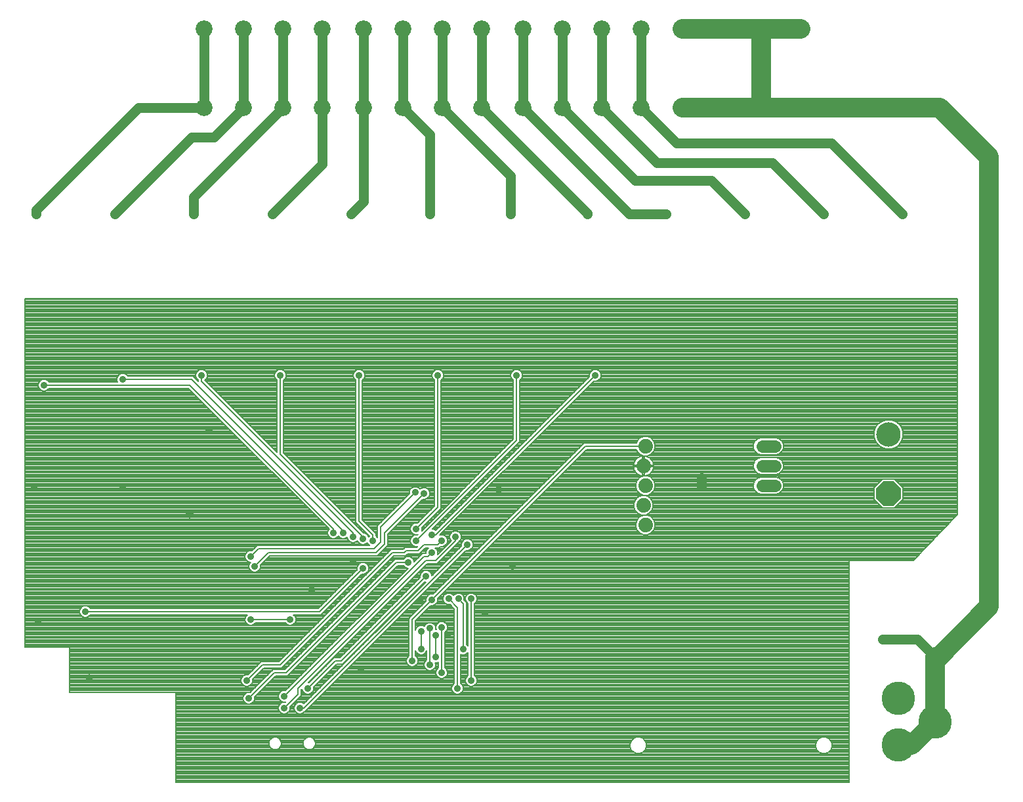
<source format=gbl>
G75*
G70*
%OFA0B0*%
%FSLAX24Y24*%
%IPPOS*%
%LPD*%
%AMOC8*
5,1,8,0,0,1.08239X$1,22.5*
%
%ADD10C,0.0740*%
%ADD11C,0.1700*%
%ADD12C,0.0640*%
%ADD13OC8,0.1240*%
%ADD14C,0.1240*%
%ADD15C,0.0860*%
%ADD16C,0.0350*%
%ADD17C,0.0080*%
%ADD18C,0.0397*%
%ADD19C,0.0500*%
%ADD20C,0.1000*%
%ADD21C,0.0436*%
D10*
X033974Y016600D03*
X033874Y017600D03*
X033974Y018600D03*
X033874Y019600D03*
X033974Y020600D03*
D11*
X046824Y007794D03*
X048675Y006613D03*
X046824Y005431D03*
D12*
X040544Y018600D02*
X039904Y018600D01*
X039904Y019600D02*
X040544Y019600D01*
X040544Y020600D02*
X039904Y020600D01*
D13*
X046324Y018200D03*
D14*
X046324Y021200D03*
D15*
X041857Y037800D03*
X039857Y037800D03*
X037857Y037800D03*
X035857Y037800D03*
X033757Y037800D03*
X031757Y037800D03*
X029757Y037800D03*
X027757Y037800D03*
X025657Y037800D03*
X023657Y037800D03*
X021657Y037800D03*
X019657Y037800D03*
X017557Y037800D03*
X015557Y037800D03*
X013557Y037800D03*
X011557Y037800D03*
X011557Y041800D03*
X013557Y041800D03*
X015557Y041800D03*
X017557Y041800D03*
X019657Y041800D03*
X021657Y041800D03*
X023657Y041800D03*
X025657Y041800D03*
X027757Y041800D03*
X029757Y041800D03*
X031757Y041800D03*
X033757Y041800D03*
X035857Y041800D03*
X037857Y041800D03*
X039857Y041800D03*
X041857Y041800D03*
D16*
X043024Y032400D03*
X047024Y032400D03*
X039024Y032400D03*
X035024Y032400D03*
X031024Y032400D03*
X027124Y032400D03*
X023024Y032400D03*
X019024Y032400D03*
X015024Y032400D03*
X011024Y032400D03*
X007024Y032400D03*
X003024Y032400D03*
X007424Y024000D03*
X011424Y024200D03*
X011824Y021400D03*
X015424Y024200D03*
X019424Y024200D03*
X023424Y024200D03*
X027424Y024200D03*
X031424Y024200D03*
X026524Y018400D03*
X024924Y015600D03*
X024324Y016000D03*
X023624Y015800D03*
X023124Y016100D03*
X022324Y015800D03*
X022324Y016400D03*
X023124Y015200D03*
X022824Y014000D03*
X021924Y014700D03*
X020124Y015800D03*
X019624Y015900D03*
X019124Y016000D03*
X018624Y016200D03*
X018124Y016200D03*
X019124Y014800D03*
X019624Y014400D03*
X017024Y013300D03*
X015924Y011800D03*
X013924Y011800D03*
X014124Y014500D03*
X013924Y015000D03*
X007424Y018500D03*
X002924Y018500D03*
X003424Y023700D03*
X005524Y012200D03*
X003124Y011700D03*
X005724Y008800D03*
X013724Y008700D03*
X013824Y007800D03*
X015624Y007900D03*
X015624Y007300D03*
X016424Y007300D03*
X016824Y008300D03*
X019524Y009200D03*
X022124Y009700D03*
X022574Y010300D03*
X023324Y009900D03*
X023024Y009500D03*
X023624Y009100D03*
X024424Y008300D03*
X025124Y008700D03*
X024724Y010300D03*
X023924Y011000D03*
X023624Y011400D03*
X023324Y011000D03*
X023024Y011350D03*
X022574Y011200D03*
X022524Y012750D03*
X023124Y012800D03*
X023974Y012850D03*
X024474Y012850D03*
X025124Y012850D03*
X025824Y012100D03*
X027224Y014500D03*
X022724Y018200D03*
X022274Y018250D03*
X036824Y018600D03*
D17*
X004724Y010400D02*
X004724Y008100D01*
X010124Y008100D01*
X010124Y003540D01*
X044324Y003540D01*
X044324Y014800D01*
X047584Y014800D01*
X049824Y017140D01*
X049824Y028100D01*
X002464Y028100D01*
X002464Y010400D01*
X004724Y010400D01*
X004724Y010387D02*
X016085Y010387D01*
X016163Y010465D02*
X002464Y010465D01*
X002464Y010544D02*
X016242Y010544D01*
X016320Y010622D02*
X002464Y010622D01*
X002464Y010701D02*
X016399Y010701D01*
X016477Y010779D02*
X002464Y010779D01*
X002464Y010858D02*
X016556Y010858D01*
X016634Y010936D02*
X002464Y010936D01*
X002464Y011015D02*
X016713Y011015D01*
X016791Y011093D02*
X002464Y011093D01*
X002464Y011172D02*
X016870Y011172D01*
X016948Y011250D02*
X002464Y011250D01*
X002464Y011329D02*
X017027Y011329D01*
X017105Y011407D02*
X002464Y011407D01*
X002464Y011486D02*
X017184Y011486D01*
X017262Y011564D02*
X016106Y011564D01*
X016092Y011550D02*
X016174Y011633D01*
X016219Y011741D01*
X016219Y011859D01*
X016174Y011967D01*
X016102Y012040D01*
X017491Y012040D01*
X017584Y012134D01*
X019559Y014108D01*
X019566Y014105D01*
X019683Y014105D01*
X019792Y014150D01*
X019874Y014233D01*
X019919Y014341D01*
X019919Y014459D01*
X019874Y014567D01*
X019792Y014650D01*
X019683Y014695D01*
X019566Y014695D01*
X019457Y014650D01*
X019374Y014567D01*
X019329Y014459D01*
X019329Y014341D01*
X019332Y014334D01*
X017358Y012360D01*
X005777Y012360D01*
X005774Y012367D01*
X005692Y012450D01*
X005583Y012495D01*
X005466Y012495D01*
X005357Y012450D01*
X005274Y012367D01*
X005229Y012259D01*
X005229Y012141D01*
X005274Y012033D01*
X005357Y011950D01*
X005466Y011905D01*
X005583Y011905D01*
X005692Y011950D01*
X005774Y012033D01*
X005777Y012040D01*
X013747Y012040D01*
X013674Y011967D01*
X013629Y011859D01*
X013629Y011741D01*
X013674Y011633D01*
X013757Y011550D01*
X013866Y011505D01*
X013983Y011505D01*
X014092Y011550D01*
X014174Y011633D01*
X014177Y011640D01*
X015671Y011640D01*
X015674Y011633D01*
X015757Y011550D01*
X015866Y011505D01*
X015983Y011505D01*
X016092Y011550D01*
X016178Y011643D02*
X017341Y011643D01*
X017419Y011721D02*
X016211Y011721D01*
X016219Y011800D02*
X017498Y011800D01*
X017576Y011878D02*
X016211Y011878D01*
X016179Y011957D02*
X017655Y011957D01*
X017733Y012035D02*
X016107Y012035D01*
X015924Y011800D02*
X013924Y011800D01*
X013629Y011800D02*
X002464Y011800D01*
X002464Y011878D02*
X013637Y011878D01*
X013670Y011957D02*
X005698Y011957D01*
X005775Y012035D02*
X013742Y012035D01*
X013638Y011721D02*
X002464Y011721D01*
X002464Y011643D02*
X013670Y011643D01*
X013743Y011564D02*
X002464Y011564D01*
X002464Y011957D02*
X005351Y011957D01*
X005273Y012035D02*
X002464Y012035D01*
X002464Y012114D02*
X005241Y012114D01*
X005229Y012192D02*
X002464Y012192D01*
X002464Y012271D02*
X005234Y012271D01*
X005267Y012349D02*
X002464Y012349D01*
X002464Y012428D02*
X005335Y012428D01*
X005524Y012200D02*
X017424Y012200D01*
X019624Y014400D01*
X019329Y014390D02*
X014398Y014390D01*
X014419Y014441D02*
X014419Y014559D01*
X014416Y014566D01*
X014891Y015040D01*
X020367Y015040D01*
X020791Y015464D01*
X020884Y015557D01*
X020884Y016134D01*
X022659Y017908D01*
X022666Y017905D01*
X022783Y017905D01*
X022892Y017950D01*
X022974Y018033D01*
X023019Y018141D01*
X023019Y018259D01*
X022974Y018367D01*
X022892Y018450D01*
X022783Y018495D01*
X022666Y018495D01*
X022557Y018450D01*
X022524Y018417D01*
X022442Y018500D01*
X022333Y018545D01*
X022216Y018545D01*
X022107Y018500D01*
X022024Y018417D01*
X021979Y018309D01*
X021979Y018191D01*
X021982Y018184D01*
X020458Y016660D01*
X020364Y016566D01*
X020364Y015977D01*
X020292Y016050D01*
X020284Y016053D01*
X020284Y016166D01*
X020191Y016260D01*
X020191Y016260D01*
X019584Y016866D01*
X019584Y023947D01*
X019592Y023950D01*
X019674Y024033D01*
X019719Y024141D01*
X019719Y024259D01*
X019674Y024367D01*
X019592Y024450D01*
X019483Y024495D01*
X019366Y024495D01*
X019257Y024450D01*
X019174Y024367D01*
X019129Y024259D01*
X019129Y024141D01*
X019174Y024033D01*
X019257Y023950D01*
X019264Y023947D01*
X019264Y016734D01*
X019358Y016640D01*
X019358Y016640D01*
X019953Y016045D01*
X019904Y015997D01*
X019874Y016067D01*
X019792Y016150D01*
X019683Y016195D01*
X019656Y016195D01*
X015584Y020266D01*
X015584Y023947D01*
X015592Y023950D01*
X015674Y024033D01*
X015719Y024141D01*
X015719Y024259D01*
X015674Y024367D01*
X015592Y024450D01*
X015483Y024495D01*
X015366Y024495D01*
X015257Y024450D01*
X015174Y024367D01*
X015129Y024259D01*
X015129Y024141D01*
X015174Y024033D01*
X015257Y023950D01*
X015264Y023947D01*
X015264Y020286D01*
X011596Y023955D01*
X011674Y024033D01*
X011719Y024141D01*
X011719Y024259D01*
X011674Y024367D01*
X011592Y024450D01*
X011483Y024495D01*
X011366Y024495D01*
X011257Y024450D01*
X011174Y024367D01*
X011129Y024259D01*
X011129Y024141D01*
X011174Y024033D01*
X011257Y023950D01*
X011264Y023947D01*
X011264Y023886D01*
X010991Y024160D01*
X007677Y024160D01*
X007674Y024167D01*
X007592Y024250D01*
X007483Y024295D01*
X007366Y024295D01*
X007257Y024250D01*
X007174Y024167D01*
X007129Y024059D01*
X007129Y023941D01*
X007163Y023860D01*
X003677Y023860D01*
X003674Y023867D01*
X003592Y023950D01*
X003483Y023995D01*
X003366Y023995D01*
X003257Y023950D01*
X003174Y023867D01*
X003129Y023759D01*
X003129Y023641D01*
X003174Y023533D01*
X003257Y023450D01*
X003366Y023405D01*
X003483Y023405D01*
X003592Y023450D01*
X003674Y023533D01*
X003677Y023540D01*
X010758Y023540D01*
X017903Y016395D01*
X017874Y016367D01*
X017829Y016259D01*
X017829Y016141D01*
X017874Y016033D01*
X017957Y015950D01*
X018066Y015905D01*
X018183Y015905D01*
X018292Y015950D01*
X018374Y016033D01*
X018457Y015950D01*
X018566Y015905D01*
X018683Y015905D01*
X018792Y015950D01*
X018829Y015988D01*
X018829Y015941D01*
X018874Y015833D01*
X018957Y015750D01*
X019066Y015705D01*
X019183Y015705D01*
X019292Y015750D01*
X019345Y015803D01*
X019345Y015803D01*
X019374Y015733D01*
X019457Y015650D01*
X019566Y015605D01*
X019683Y015605D01*
X019792Y015650D01*
X019845Y015703D01*
X019874Y015633D01*
X019947Y015560D01*
X014258Y015560D01*
X014164Y015466D01*
X013990Y015292D01*
X013983Y015295D01*
X013866Y015295D01*
X013757Y015250D01*
X013674Y015167D01*
X013629Y015059D01*
X013629Y014941D01*
X013674Y014833D01*
X013757Y014750D01*
X013866Y014705D01*
X013912Y014705D01*
X013874Y014667D01*
X013829Y014559D01*
X013829Y014441D01*
X013874Y014333D01*
X013957Y014250D01*
X014066Y014205D01*
X014183Y014205D01*
X014292Y014250D01*
X014374Y014333D01*
X014419Y014441D01*
X014419Y014469D02*
X019333Y014469D01*
X019366Y014547D02*
X014419Y014547D01*
X014476Y014626D02*
X019433Y014626D01*
X019310Y014312D02*
X014353Y014312D01*
X014251Y014233D02*
X019231Y014233D01*
X019153Y014155D02*
X002464Y014155D01*
X002464Y014233D02*
X013998Y014233D01*
X013896Y014312D02*
X002464Y014312D01*
X002464Y014390D02*
X013851Y014390D01*
X013829Y014469D02*
X002464Y014469D01*
X002464Y014547D02*
X013829Y014547D01*
X013857Y014626D02*
X002464Y014626D01*
X002464Y014704D02*
X013911Y014704D01*
X013725Y014783D02*
X002464Y014783D01*
X002464Y014861D02*
X013663Y014861D01*
X013630Y014940D02*
X002464Y014940D01*
X002464Y015018D02*
X013629Y015018D01*
X013645Y015097D02*
X002464Y015097D01*
X002464Y015175D02*
X013682Y015175D01*
X013766Y015254D02*
X002464Y015254D01*
X002464Y015332D02*
X014030Y015332D01*
X014109Y015411D02*
X002464Y015411D01*
X002464Y015489D02*
X014187Y015489D01*
X014324Y015400D02*
X020183Y015400D01*
X020524Y015741D01*
X020524Y016500D01*
X022274Y018250D01*
X021979Y018237D02*
X019584Y018237D01*
X019584Y018315D02*
X021982Y018315D01*
X022015Y018394D02*
X019584Y018394D01*
X019584Y018472D02*
X022079Y018472D01*
X021956Y018158D02*
X019584Y018158D01*
X019584Y018080D02*
X021878Y018080D01*
X021799Y018001D02*
X019584Y018001D01*
X019584Y017923D02*
X021721Y017923D01*
X021642Y017844D02*
X019584Y017844D01*
X019584Y017766D02*
X021564Y017766D01*
X021485Y017687D02*
X019584Y017687D01*
X019584Y017609D02*
X021407Y017609D01*
X021328Y017530D02*
X019584Y017530D01*
X019584Y017452D02*
X021250Y017452D01*
X021171Y017373D02*
X019584Y017373D01*
X019584Y017295D02*
X021093Y017295D01*
X021014Y017216D02*
X019584Y017216D01*
X019584Y017138D02*
X020936Y017138D01*
X020857Y017059D02*
X019584Y017059D01*
X019584Y016981D02*
X020779Y016981D01*
X020700Y016902D02*
X019584Y016902D01*
X019627Y016824D02*
X020622Y016824D01*
X020543Y016745D02*
X019706Y016745D01*
X019784Y016667D02*
X020465Y016667D01*
X020458Y016660D02*
X020458Y016660D01*
X020386Y016588D02*
X019863Y016588D01*
X019941Y016510D02*
X020364Y016510D01*
X020364Y016431D02*
X020020Y016431D01*
X020098Y016353D02*
X020364Y016353D01*
X020364Y016274D02*
X020177Y016274D01*
X020255Y016196D02*
X020364Y016196D01*
X020364Y016117D02*
X020284Y016117D01*
X020303Y016039D02*
X020364Y016039D01*
X020124Y016100D02*
X020124Y015800D01*
X019940Y015568D02*
X002464Y015568D01*
X002464Y015646D02*
X019467Y015646D01*
X019383Y015725D02*
X019230Y015725D01*
X019019Y015725D02*
X002464Y015725D01*
X002464Y015803D02*
X018904Y015803D01*
X018854Y015882D02*
X002464Y015882D01*
X002464Y015960D02*
X017947Y015960D01*
X017872Y016039D02*
X002464Y016039D01*
X002464Y016117D02*
X017839Y016117D01*
X017829Y016196D02*
X002464Y016196D01*
X002464Y016274D02*
X017836Y016274D01*
X017868Y016353D02*
X002464Y016353D01*
X002464Y016431D02*
X017867Y016431D01*
X017789Y016510D02*
X002464Y016510D01*
X002464Y016588D02*
X017710Y016588D01*
X017632Y016667D02*
X002464Y016667D01*
X002464Y016745D02*
X017553Y016745D01*
X017475Y016824D02*
X002464Y016824D01*
X002464Y016902D02*
X017396Y016902D01*
X017318Y016981D02*
X002464Y016981D01*
X002464Y017059D02*
X017239Y017059D01*
X017161Y017138D02*
X002464Y017138D01*
X002464Y017216D02*
X017082Y017216D01*
X017004Y017295D02*
X002464Y017295D01*
X002464Y017373D02*
X016925Y017373D01*
X016847Y017452D02*
X002464Y017452D01*
X002464Y017530D02*
X016768Y017530D01*
X016690Y017609D02*
X002464Y017609D01*
X002464Y017687D02*
X016611Y017687D01*
X016533Y017766D02*
X002464Y017766D01*
X002464Y017844D02*
X016454Y017844D01*
X016376Y017923D02*
X002464Y017923D01*
X002464Y018001D02*
X016297Y018001D01*
X016219Y018080D02*
X002464Y018080D01*
X002464Y018158D02*
X016140Y018158D01*
X016062Y018237D02*
X002464Y018237D01*
X002464Y018315D02*
X015983Y018315D01*
X015905Y018394D02*
X002464Y018394D01*
X002464Y018472D02*
X015826Y018472D01*
X015748Y018551D02*
X002464Y018551D01*
X002464Y018629D02*
X015669Y018629D01*
X015591Y018708D02*
X002464Y018708D01*
X002464Y018786D02*
X015512Y018786D01*
X015434Y018865D02*
X002464Y018865D01*
X002464Y018943D02*
X015355Y018943D01*
X015277Y019022D02*
X002464Y019022D01*
X002464Y019100D02*
X015198Y019100D01*
X015120Y019179D02*
X002464Y019179D01*
X002464Y019257D02*
X015041Y019257D01*
X014963Y019336D02*
X002464Y019336D01*
X002464Y019414D02*
X014884Y019414D01*
X014806Y019493D02*
X002464Y019493D01*
X002464Y019571D02*
X014727Y019571D01*
X014649Y019650D02*
X002464Y019650D01*
X002464Y019728D02*
X014570Y019728D01*
X014492Y019807D02*
X002464Y019807D01*
X002464Y019885D02*
X014413Y019885D01*
X014335Y019964D02*
X002464Y019964D01*
X002464Y020042D02*
X014256Y020042D01*
X014178Y020121D02*
X002464Y020121D01*
X002464Y020199D02*
X014099Y020199D01*
X014021Y020278D02*
X002464Y020278D01*
X002464Y020356D02*
X013942Y020356D01*
X013864Y020435D02*
X002464Y020435D01*
X002464Y020513D02*
X013785Y020513D01*
X013707Y020592D02*
X002464Y020592D01*
X002464Y020670D02*
X013628Y020670D01*
X013550Y020749D02*
X002464Y020749D01*
X002464Y020827D02*
X013471Y020827D01*
X013393Y020906D02*
X002464Y020906D01*
X002464Y020984D02*
X013314Y020984D01*
X013236Y021063D02*
X002464Y021063D01*
X002464Y021141D02*
X013157Y021141D01*
X013079Y021220D02*
X002464Y021220D01*
X002464Y021298D02*
X013000Y021298D01*
X012922Y021377D02*
X002464Y021377D01*
X002464Y021455D02*
X012843Y021455D01*
X012765Y021534D02*
X002464Y021534D01*
X002464Y021612D02*
X012686Y021612D01*
X012608Y021691D02*
X002464Y021691D01*
X002464Y021769D02*
X012529Y021769D01*
X012451Y021848D02*
X002464Y021848D01*
X002464Y021926D02*
X012372Y021926D01*
X012294Y022005D02*
X002464Y022005D01*
X002464Y022083D02*
X012215Y022083D01*
X012137Y022162D02*
X002464Y022162D01*
X002464Y022240D02*
X012058Y022240D01*
X011980Y022319D02*
X002464Y022319D01*
X002464Y022397D02*
X011901Y022397D01*
X011823Y022476D02*
X002464Y022476D01*
X002464Y022554D02*
X011744Y022554D01*
X011666Y022633D02*
X002464Y022633D01*
X002464Y022711D02*
X011587Y022711D01*
X011509Y022790D02*
X002464Y022790D01*
X002464Y022868D02*
X011430Y022868D01*
X011352Y022947D02*
X002464Y022947D01*
X002464Y023025D02*
X011273Y023025D01*
X011195Y023104D02*
X002464Y023104D01*
X002464Y023182D02*
X011116Y023182D01*
X011038Y023261D02*
X002464Y023261D01*
X002464Y023339D02*
X010959Y023339D01*
X010881Y023418D02*
X003513Y023418D01*
X003638Y023496D02*
X010802Y023496D01*
X010824Y023700D02*
X018124Y016400D01*
X018124Y016200D01*
X018302Y015960D02*
X018447Y015960D01*
X018624Y016200D02*
X018624Y016300D01*
X010924Y024000D01*
X007424Y024000D01*
X007151Y023889D02*
X003653Y023889D01*
X003551Y023967D02*
X007129Y023967D01*
X007129Y024046D02*
X002464Y024046D01*
X002464Y024124D02*
X007156Y024124D01*
X007210Y024203D02*
X002464Y024203D01*
X002464Y024281D02*
X007332Y024281D01*
X007517Y024281D02*
X011139Y024281D01*
X011129Y024203D02*
X007639Y024203D01*
X010824Y023700D02*
X003424Y023700D01*
X003151Y023810D02*
X002464Y023810D01*
X002464Y023732D02*
X003129Y023732D01*
X003129Y023653D02*
X002464Y023653D01*
X002464Y023575D02*
X003157Y023575D01*
X003211Y023496D02*
X002464Y023496D01*
X002464Y023418D02*
X003335Y023418D01*
X003196Y023889D02*
X002464Y023889D01*
X002464Y023967D02*
X003298Y023967D01*
X002464Y024360D02*
X011171Y024360D01*
X011245Y024438D02*
X002464Y024438D01*
X002464Y024517D02*
X049824Y024517D01*
X049824Y024595D02*
X002464Y024595D01*
X002464Y024674D02*
X049824Y024674D01*
X049824Y024752D02*
X002464Y024752D01*
X002464Y024831D02*
X049824Y024831D01*
X049824Y024909D02*
X002464Y024909D01*
X002464Y024988D02*
X049824Y024988D01*
X049824Y025066D02*
X002464Y025066D01*
X002464Y025145D02*
X049824Y025145D01*
X049824Y025223D02*
X002464Y025223D01*
X002464Y025302D02*
X049824Y025302D01*
X049824Y025380D02*
X002464Y025380D01*
X002464Y025459D02*
X049824Y025459D01*
X049824Y025537D02*
X002464Y025537D01*
X002464Y025616D02*
X049824Y025616D01*
X049824Y025694D02*
X002464Y025694D01*
X002464Y025773D02*
X049824Y025773D01*
X049824Y025851D02*
X002464Y025851D01*
X002464Y025930D02*
X049824Y025930D01*
X049824Y026008D02*
X002464Y026008D01*
X002464Y026087D02*
X049824Y026087D01*
X049824Y026165D02*
X002464Y026165D01*
X002464Y026244D02*
X049824Y026244D01*
X049824Y026322D02*
X002464Y026322D01*
X002464Y026401D02*
X049824Y026401D01*
X049824Y026479D02*
X002464Y026479D01*
X002464Y026558D02*
X049824Y026558D01*
X049824Y026636D02*
X002464Y026636D01*
X002464Y026715D02*
X049824Y026715D01*
X049824Y026793D02*
X002464Y026793D01*
X002464Y026872D02*
X049824Y026872D01*
X049824Y026950D02*
X002464Y026950D01*
X002464Y027029D02*
X049824Y027029D01*
X049824Y027107D02*
X002464Y027107D01*
X002464Y027186D02*
X049824Y027186D01*
X049824Y027264D02*
X002464Y027264D01*
X002464Y027343D02*
X049824Y027343D01*
X049824Y027421D02*
X002464Y027421D01*
X002464Y027500D02*
X049824Y027500D01*
X049824Y027578D02*
X002464Y027578D01*
X002464Y027657D02*
X049824Y027657D01*
X049824Y027735D02*
X002464Y027735D01*
X002464Y027814D02*
X049824Y027814D01*
X049824Y027892D02*
X002464Y027892D01*
X002464Y027971D02*
X049824Y027971D01*
X049824Y028049D02*
X002464Y028049D01*
X011027Y024124D02*
X011137Y024124D01*
X011105Y024046D02*
X011169Y024046D01*
X011184Y023967D02*
X011240Y023967D01*
X011262Y023889D02*
X011264Y023889D01*
X011424Y023900D02*
X011424Y024200D01*
X011719Y024203D02*
X015129Y024203D01*
X015139Y024281D02*
X011710Y024281D01*
X011678Y024360D02*
X015171Y024360D01*
X015245Y024438D02*
X011604Y024438D01*
X011712Y024124D02*
X015137Y024124D01*
X015169Y024046D02*
X011680Y024046D01*
X011609Y023967D02*
X015240Y023967D01*
X015264Y023889D02*
X011662Y023889D01*
X011741Y023810D02*
X015264Y023810D01*
X015264Y023732D02*
X011819Y023732D01*
X011898Y023653D02*
X015264Y023653D01*
X015264Y023575D02*
X011976Y023575D01*
X012055Y023496D02*
X015264Y023496D01*
X015264Y023418D02*
X012133Y023418D01*
X012212Y023339D02*
X015264Y023339D01*
X015264Y023261D02*
X012290Y023261D01*
X012369Y023182D02*
X015264Y023182D01*
X015264Y023104D02*
X012447Y023104D01*
X012526Y023025D02*
X015264Y023025D01*
X015264Y022947D02*
X012604Y022947D01*
X012683Y022868D02*
X015264Y022868D01*
X015264Y022790D02*
X012761Y022790D01*
X012840Y022711D02*
X015264Y022711D01*
X015264Y022633D02*
X012918Y022633D01*
X012997Y022554D02*
X015264Y022554D01*
X015264Y022476D02*
X013075Y022476D01*
X013154Y022397D02*
X015264Y022397D01*
X015264Y022319D02*
X013232Y022319D01*
X013311Y022240D02*
X015264Y022240D01*
X015264Y022162D02*
X013389Y022162D01*
X013468Y022083D02*
X015264Y022083D01*
X015264Y022005D02*
X013546Y022005D01*
X013625Y021926D02*
X015264Y021926D01*
X015264Y021848D02*
X013703Y021848D01*
X013782Y021769D02*
X015264Y021769D01*
X015264Y021691D02*
X013860Y021691D01*
X013939Y021612D02*
X015264Y021612D01*
X015264Y021534D02*
X014017Y021534D01*
X014096Y021455D02*
X015264Y021455D01*
X015264Y021377D02*
X014174Y021377D01*
X014253Y021298D02*
X015264Y021298D01*
X015264Y021220D02*
X014331Y021220D01*
X014410Y021141D02*
X015264Y021141D01*
X015264Y021063D02*
X014488Y021063D01*
X014567Y020984D02*
X015264Y020984D01*
X015264Y020906D02*
X014645Y020906D01*
X014724Y020827D02*
X015264Y020827D01*
X015264Y020749D02*
X014802Y020749D01*
X014881Y020670D02*
X015264Y020670D01*
X015264Y020592D02*
X014959Y020592D01*
X015038Y020513D02*
X015264Y020513D01*
X015264Y020435D02*
X015116Y020435D01*
X015195Y020356D02*
X015264Y020356D01*
X015424Y020200D02*
X019624Y016000D01*
X019624Y015900D01*
X019825Y016117D02*
X019881Y016117D01*
X019886Y016039D02*
X019946Y016039D01*
X020124Y016100D02*
X019424Y016800D01*
X019424Y024200D01*
X019129Y024203D02*
X015719Y024203D01*
X015710Y024281D02*
X019139Y024281D01*
X019171Y024360D02*
X015678Y024360D01*
X015604Y024438D02*
X019245Y024438D01*
X019137Y024124D02*
X015712Y024124D01*
X015680Y024046D02*
X019169Y024046D01*
X019240Y023967D02*
X015609Y023967D01*
X015584Y023889D02*
X019264Y023889D01*
X019264Y023810D02*
X015584Y023810D01*
X015584Y023732D02*
X019264Y023732D01*
X019264Y023653D02*
X015584Y023653D01*
X015584Y023575D02*
X019264Y023575D01*
X019264Y023496D02*
X015584Y023496D01*
X015584Y023418D02*
X019264Y023418D01*
X019264Y023339D02*
X015584Y023339D01*
X015584Y023261D02*
X019264Y023261D01*
X019264Y023182D02*
X015584Y023182D01*
X015584Y023104D02*
X019264Y023104D01*
X019264Y023025D02*
X015584Y023025D01*
X015584Y022947D02*
X019264Y022947D01*
X019264Y022868D02*
X015584Y022868D01*
X015584Y022790D02*
X019264Y022790D01*
X019264Y022711D02*
X015584Y022711D01*
X015584Y022633D02*
X019264Y022633D01*
X019264Y022554D02*
X015584Y022554D01*
X015584Y022476D02*
X019264Y022476D01*
X019264Y022397D02*
X015584Y022397D01*
X015584Y022319D02*
X019264Y022319D01*
X019264Y022240D02*
X015584Y022240D01*
X015584Y022162D02*
X019264Y022162D01*
X019264Y022083D02*
X015584Y022083D01*
X015584Y022005D02*
X019264Y022005D01*
X019264Y021926D02*
X015584Y021926D01*
X015584Y021848D02*
X019264Y021848D01*
X019264Y021769D02*
X015584Y021769D01*
X015584Y021691D02*
X019264Y021691D01*
X019264Y021612D02*
X015584Y021612D01*
X015584Y021534D02*
X019264Y021534D01*
X019264Y021455D02*
X015584Y021455D01*
X015584Y021377D02*
X019264Y021377D01*
X019264Y021298D02*
X015584Y021298D01*
X015584Y021220D02*
X019264Y021220D01*
X019264Y021141D02*
X015584Y021141D01*
X015584Y021063D02*
X019264Y021063D01*
X019264Y020984D02*
X015584Y020984D01*
X015584Y020906D02*
X019264Y020906D01*
X019264Y020827D02*
X015584Y020827D01*
X015584Y020749D02*
X019264Y020749D01*
X019264Y020670D02*
X015584Y020670D01*
X015584Y020592D02*
X019264Y020592D01*
X019264Y020513D02*
X015584Y020513D01*
X015584Y020435D02*
X019264Y020435D01*
X019264Y020356D02*
X015584Y020356D01*
X015584Y020278D02*
X019264Y020278D01*
X019264Y020199D02*
X015652Y020199D01*
X015730Y020121D02*
X019264Y020121D01*
X019264Y020042D02*
X015809Y020042D01*
X015887Y019964D02*
X019264Y019964D01*
X019264Y019885D02*
X015966Y019885D01*
X016044Y019807D02*
X019264Y019807D01*
X019264Y019728D02*
X016123Y019728D01*
X016201Y019650D02*
X019264Y019650D01*
X019264Y019571D02*
X016280Y019571D01*
X016358Y019493D02*
X019264Y019493D01*
X019264Y019414D02*
X016437Y019414D01*
X016515Y019336D02*
X019264Y019336D01*
X019264Y019257D02*
X016594Y019257D01*
X016672Y019179D02*
X019264Y019179D01*
X019264Y019100D02*
X016751Y019100D01*
X016829Y019022D02*
X019264Y019022D01*
X019264Y018943D02*
X016908Y018943D01*
X016986Y018865D02*
X019264Y018865D01*
X019264Y018786D02*
X017065Y018786D01*
X017143Y018708D02*
X019264Y018708D01*
X019264Y018629D02*
X017222Y018629D01*
X017300Y018551D02*
X019264Y018551D01*
X019264Y018472D02*
X017379Y018472D01*
X017457Y018394D02*
X019264Y018394D01*
X019264Y018315D02*
X017536Y018315D01*
X017614Y018237D02*
X019264Y018237D01*
X019264Y018158D02*
X017693Y018158D01*
X017771Y018080D02*
X019264Y018080D01*
X019264Y018001D02*
X017850Y018001D01*
X017928Y017923D02*
X019264Y017923D01*
X019264Y017844D02*
X018007Y017844D01*
X018085Y017766D02*
X019264Y017766D01*
X019264Y017687D02*
X018164Y017687D01*
X018242Y017609D02*
X019264Y017609D01*
X019264Y017530D02*
X018321Y017530D01*
X018399Y017452D02*
X019264Y017452D01*
X019264Y017373D02*
X018478Y017373D01*
X018556Y017295D02*
X019264Y017295D01*
X019264Y017216D02*
X018635Y017216D01*
X018713Y017138D02*
X019264Y017138D01*
X019264Y017059D02*
X018792Y017059D01*
X018870Y016981D02*
X019264Y016981D01*
X019264Y016902D02*
X018949Y016902D01*
X019027Y016824D02*
X019264Y016824D01*
X019264Y016745D02*
X019106Y016745D01*
X019184Y016667D02*
X019332Y016667D01*
X019263Y016588D02*
X019410Y016588D01*
X019341Y016510D02*
X019489Y016510D01*
X019420Y016431D02*
X019567Y016431D01*
X019498Y016353D02*
X019646Y016353D01*
X019577Y016274D02*
X019724Y016274D01*
X019655Y016196D02*
X019803Y016196D01*
X019782Y015646D02*
X019869Y015646D01*
X020301Y015200D02*
X020724Y015624D01*
X020724Y016200D01*
X022724Y018200D01*
X022610Y018472D02*
X022470Y018472D01*
X022838Y018472D02*
X023264Y018472D01*
X023264Y018394D02*
X022948Y018394D01*
X022996Y018315D02*
X023264Y018315D01*
X023264Y018237D02*
X023019Y018237D01*
X023019Y018158D02*
X023264Y018158D01*
X023264Y018080D02*
X022994Y018080D01*
X022943Y018001D02*
X023264Y018001D01*
X023264Y017923D02*
X022825Y017923D01*
X022595Y017844D02*
X023264Y017844D01*
X023264Y017766D02*
X022516Y017766D01*
X022438Y017687D02*
X023264Y017687D01*
X023264Y017609D02*
X022359Y017609D01*
X022281Y017530D02*
X023228Y017530D01*
X023264Y017566D02*
X022390Y016692D01*
X022383Y016695D01*
X022266Y016695D01*
X022157Y016650D01*
X022074Y016567D01*
X022029Y016459D01*
X022029Y016341D01*
X022074Y016233D01*
X022157Y016150D01*
X022266Y016105D01*
X022383Y016105D01*
X022417Y016119D01*
X022390Y016092D01*
X022383Y016095D01*
X022266Y016095D01*
X022157Y016050D01*
X022074Y015967D01*
X022029Y015859D01*
X022029Y015741D01*
X022074Y015633D01*
X022157Y015550D01*
X022266Y015505D01*
X022383Y015505D01*
X022417Y015519D01*
X022358Y015460D01*
X021758Y015460D01*
X021658Y015360D01*
X021058Y015360D01*
X015358Y009660D01*
X014458Y009660D01*
X013790Y008992D01*
X013783Y008995D01*
X013666Y008995D01*
X013557Y008950D01*
X013474Y008867D01*
X013429Y008759D01*
X013429Y008641D01*
X013474Y008533D01*
X013557Y008450D01*
X013666Y008405D01*
X013783Y008405D01*
X013892Y008450D01*
X013974Y008533D01*
X014019Y008641D01*
X014019Y008759D01*
X014016Y008766D01*
X014591Y009340D01*
X015491Y009340D01*
X015584Y009434D01*
X021191Y015040D01*
X021791Y015040D01*
X021884Y015134D01*
X021891Y015140D01*
X022491Y015140D01*
X022584Y015234D01*
X022791Y015440D01*
X022947Y015440D01*
X022874Y015367D01*
X022829Y015259D01*
X022829Y015160D01*
X022658Y015160D01*
X022219Y014721D01*
X022219Y014759D01*
X022174Y014867D01*
X022092Y014950D01*
X021983Y014995D01*
X021866Y014995D01*
X021757Y014950D01*
X021674Y014867D01*
X021671Y014860D01*
X021258Y014860D01*
X021164Y014766D01*
X015658Y009260D01*
X015058Y009260D01*
X014964Y009166D01*
X013890Y008092D01*
X013883Y008095D01*
X013766Y008095D01*
X013657Y008050D01*
X013574Y007967D01*
X013529Y007859D01*
X013529Y007741D01*
X013574Y007633D01*
X013657Y007550D01*
X013766Y007505D01*
X013883Y007505D01*
X013992Y007550D01*
X014074Y007633D01*
X014119Y007741D01*
X014119Y007859D01*
X014116Y007866D01*
X015191Y008940D01*
X015791Y008940D01*
X021391Y014540D01*
X021671Y014540D01*
X021674Y014533D01*
X021757Y014450D01*
X021866Y014405D01*
X021903Y014405D01*
X015690Y008192D01*
X015683Y008195D01*
X015566Y008195D01*
X015457Y008150D01*
X015374Y008067D01*
X015329Y007959D01*
X015329Y007841D01*
X015374Y007733D01*
X015457Y007650D01*
X015566Y007605D01*
X015683Y007605D01*
X015717Y007619D01*
X015690Y007592D01*
X015683Y007595D01*
X015566Y007595D01*
X015457Y007550D01*
X015374Y007467D01*
X015329Y007359D01*
X015329Y007241D01*
X015374Y007133D01*
X015457Y007050D01*
X015566Y007005D01*
X015683Y007005D01*
X015792Y007050D01*
X015874Y007133D01*
X015919Y007241D01*
X015919Y007359D01*
X015916Y007366D01*
X016484Y007934D01*
X016484Y008234D01*
X016529Y008279D01*
X016529Y008241D01*
X016574Y008133D01*
X016657Y008050D01*
X016766Y008005D01*
X016883Y008005D01*
X016992Y008050D01*
X017074Y008133D01*
X017119Y008241D01*
X017119Y008359D01*
X017116Y008366D01*
X018291Y009540D01*
X018591Y009540D01*
X018684Y009634D01*
X022759Y013708D01*
X022766Y013705D01*
X022803Y013705D01*
X016620Y007522D01*
X016592Y007550D01*
X016483Y007595D01*
X016366Y007595D01*
X016257Y007550D01*
X016174Y007467D01*
X016129Y007359D01*
X016129Y007241D01*
X016174Y007133D01*
X016257Y007050D01*
X016366Y007005D01*
X016483Y007005D01*
X016592Y007050D01*
X016674Y007133D01*
X016677Y007140D01*
X016691Y007140D01*
X016784Y007234D01*
X024859Y015308D01*
X024866Y015305D01*
X024983Y015305D01*
X025092Y015350D01*
X025174Y015433D01*
X025219Y015541D01*
X025219Y015659D01*
X025174Y015767D01*
X025092Y015850D01*
X024983Y015895D01*
X024866Y015895D01*
X024757Y015850D01*
X024674Y015767D01*
X024629Y015659D01*
X024629Y015541D01*
X024632Y015534D01*
X023119Y014021D01*
X023119Y014059D01*
X023074Y014167D01*
X022992Y014250D01*
X022883Y014295D01*
X022766Y014295D01*
X022657Y014250D01*
X022574Y014167D01*
X022529Y014059D01*
X022529Y013941D01*
X022532Y013934D01*
X018458Y009860D01*
X018158Y009860D01*
X018064Y009766D01*
X016890Y008592D01*
X016883Y008595D01*
X016846Y008595D01*
X022891Y014640D01*
X023391Y014640D01*
X023484Y014734D01*
X024391Y015640D01*
X024484Y015734D01*
X024484Y015747D01*
X024492Y015750D01*
X024574Y015833D01*
X024619Y015941D01*
X024619Y016059D01*
X024574Y016167D01*
X024492Y016250D01*
X024383Y016295D01*
X024266Y016295D01*
X024157Y016250D01*
X024074Y016167D01*
X024029Y016059D01*
X024029Y015941D01*
X024074Y015833D01*
X024103Y015805D01*
X023405Y015107D01*
X023419Y015141D01*
X023419Y015259D01*
X023374Y015367D01*
X023302Y015440D01*
X023491Y015440D01*
X023559Y015508D01*
X023566Y015505D01*
X023683Y015505D01*
X023792Y015550D01*
X023874Y015633D01*
X023919Y015741D01*
X023919Y015859D01*
X023874Y015967D01*
X023792Y016050D01*
X023683Y016095D01*
X023566Y016095D01*
X023532Y016081D01*
X031359Y023908D01*
X031366Y023905D01*
X031483Y023905D01*
X031592Y023950D01*
X031674Y024033D01*
X031719Y024141D01*
X031719Y024259D01*
X031674Y024367D01*
X031592Y024450D01*
X031483Y024495D01*
X031366Y024495D01*
X031257Y024450D01*
X031174Y024367D01*
X031129Y024259D01*
X031129Y024141D01*
X031132Y024134D01*
X023320Y016322D01*
X023292Y016350D01*
X023183Y016395D01*
X023146Y016395D01*
X027584Y020834D01*
X027584Y023947D01*
X027592Y023950D01*
X027674Y024033D01*
X027719Y024141D01*
X027719Y024259D01*
X027674Y024367D01*
X027592Y024450D01*
X027483Y024495D01*
X027366Y024495D01*
X027257Y024450D01*
X027174Y024367D01*
X027129Y024259D01*
X027129Y024141D01*
X027174Y024033D01*
X027257Y023950D01*
X027264Y023947D01*
X027264Y020966D01*
X022605Y016307D01*
X022619Y016341D01*
X022619Y016459D01*
X022616Y016466D01*
X023491Y017340D01*
X023584Y017434D01*
X023584Y023947D01*
X023592Y023950D01*
X023674Y024033D01*
X023719Y024141D01*
X023719Y024259D01*
X023674Y024367D01*
X023592Y024450D01*
X023483Y024495D01*
X023366Y024495D01*
X023257Y024450D01*
X023174Y024367D01*
X023129Y024259D01*
X023129Y024141D01*
X023174Y024033D01*
X023257Y023950D01*
X023264Y023947D01*
X023264Y017566D01*
X023150Y017452D02*
X022202Y017452D01*
X022124Y017373D02*
X023071Y017373D01*
X022993Y017295D02*
X022045Y017295D01*
X021967Y017216D02*
X022914Y017216D01*
X022836Y017138D02*
X021888Y017138D01*
X021810Y017059D02*
X022757Y017059D01*
X022679Y016981D02*
X021731Y016981D01*
X021653Y016902D02*
X022600Y016902D01*
X022522Y016824D02*
X021574Y016824D01*
X021496Y016745D02*
X022443Y016745D01*
X022197Y016667D02*
X021417Y016667D01*
X021339Y016588D02*
X022095Y016588D01*
X022050Y016510D02*
X021260Y016510D01*
X021182Y016431D02*
X022029Y016431D01*
X022029Y016353D02*
X021103Y016353D01*
X021025Y016274D02*
X022057Y016274D01*
X022112Y016196D02*
X020946Y016196D01*
X020884Y016117D02*
X022237Y016117D01*
X022146Y016039D02*
X020884Y016039D01*
X020884Y015960D02*
X022071Y015960D01*
X022039Y015882D02*
X020884Y015882D01*
X020884Y015803D02*
X022029Y015803D01*
X022036Y015725D02*
X020884Y015725D01*
X020884Y015646D02*
X022069Y015646D01*
X022140Y015568D02*
X020884Y015568D01*
X020816Y015489D02*
X022387Y015489D01*
X022424Y015300D02*
X021824Y015300D01*
X021724Y015200D01*
X021124Y015200D01*
X015424Y009500D01*
X014524Y009500D01*
X013724Y008700D01*
X013453Y008817D02*
X004724Y008817D01*
X004724Y008895D02*
X013502Y008895D01*
X013614Y008974D02*
X004724Y008974D01*
X004724Y009052D02*
X013850Y009052D01*
X013929Y009131D02*
X004724Y009131D01*
X004724Y009209D02*
X014007Y009209D01*
X014086Y009288D02*
X004724Y009288D01*
X004724Y009366D02*
X014164Y009366D01*
X014243Y009445D02*
X004724Y009445D01*
X004724Y009523D02*
X014321Y009523D01*
X014400Y009602D02*
X004724Y009602D01*
X004724Y009680D02*
X015378Y009680D01*
X015457Y009759D02*
X004724Y009759D01*
X004724Y009837D02*
X015535Y009837D01*
X015614Y009916D02*
X004724Y009916D01*
X004724Y009994D02*
X015692Y009994D01*
X015771Y010073D02*
X004724Y010073D01*
X004724Y010151D02*
X015849Y010151D01*
X015928Y010230D02*
X004724Y010230D01*
X004724Y010308D02*
X016006Y010308D01*
X016223Y010073D02*
X016471Y010073D01*
X016549Y010151D02*
X016302Y010151D01*
X016380Y010230D02*
X016628Y010230D01*
X016706Y010308D02*
X016459Y010308D01*
X016537Y010387D02*
X016785Y010387D01*
X016863Y010465D02*
X016616Y010465D01*
X016694Y010544D02*
X016942Y010544D01*
X017020Y010622D02*
X016773Y010622D01*
X016851Y010701D02*
X017099Y010701D01*
X017177Y010779D02*
X016930Y010779D01*
X017008Y010858D02*
X017256Y010858D01*
X017334Y010936D02*
X017087Y010936D01*
X017165Y011015D02*
X017413Y011015D01*
X017491Y011093D02*
X017244Y011093D01*
X017322Y011172D02*
X017570Y011172D01*
X017648Y011250D02*
X017401Y011250D01*
X017479Y011329D02*
X017727Y011329D01*
X017805Y011407D02*
X017558Y011407D01*
X017636Y011486D02*
X017884Y011486D01*
X017962Y011564D02*
X017715Y011564D01*
X017793Y011643D02*
X018041Y011643D01*
X018119Y011721D02*
X017872Y011721D01*
X017950Y011800D02*
X018198Y011800D01*
X018276Y011878D02*
X018029Y011878D01*
X018107Y011957D02*
X018355Y011957D01*
X018433Y012035D02*
X018186Y012035D01*
X018264Y012114D02*
X018512Y012114D01*
X018590Y012192D02*
X018343Y012192D01*
X018421Y012271D02*
X018669Y012271D01*
X018747Y012349D02*
X018500Y012349D01*
X018578Y012428D02*
X018826Y012428D01*
X018904Y012506D02*
X018657Y012506D01*
X018735Y012585D02*
X018983Y012585D01*
X019061Y012663D02*
X018814Y012663D01*
X018892Y012742D02*
X019140Y012742D01*
X019218Y012820D02*
X018971Y012820D01*
X019049Y012899D02*
X019297Y012899D01*
X019375Y012977D02*
X019128Y012977D01*
X019206Y013056D02*
X019454Y013056D01*
X019532Y013134D02*
X019285Y013134D01*
X019363Y013213D02*
X019611Y013213D01*
X019689Y013291D02*
X019442Y013291D01*
X019520Y013370D02*
X019768Y013370D01*
X019846Y013448D02*
X019599Y013448D01*
X019677Y013527D02*
X019925Y013527D01*
X020003Y013605D02*
X019756Y013605D01*
X019834Y013684D02*
X020082Y013684D01*
X020160Y013762D02*
X019913Y013762D01*
X019991Y013841D02*
X020239Y013841D01*
X020317Y013919D02*
X020070Y013919D01*
X020148Y013998D02*
X020396Y013998D01*
X020474Y014076D02*
X020227Y014076D01*
X020305Y014155D02*
X020553Y014155D01*
X020631Y014233D02*
X020384Y014233D01*
X020462Y014312D02*
X020710Y014312D01*
X020788Y014390D02*
X020541Y014390D01*
X020619Y014469D02*
X020867Y014469D01*
X020945Y014547D02*
X020698Y014547D01*
X020776Y014626D02*
X021024Y014626D01*
X021102Y014704D02*
X020855Y014704D01*
X020933Y014783D02*
X021181Y014783D01*
X021324Y014700D02*
X021924Y014700D01*
X021739Y014469D02*
X021319Y014469D01*
X021241Y014390D02*
X021888Y014390D01*
X021810Y014312D02*
X021162Y014312D01*
X021084Y014233D02*
X021731Y014233D01*
X021653Y014155D02*
X021005Y014155D01*
X020927Y014076D02*
X021574Y014076D01*
X021496Y013998D02*
X020848Y013998D01*
X020770Y013919D02*
X021417Y013919D01*
X021339Y013841D02*
X020691Y013841D01*
X020613Y013762D02*
X021260Y013762D01*
X021182Y013684D02*
X020534Y013684D01*
X020456Y013605D02*
X021103Y013605D01*
X021025Y013527D02*
X020377Y013527D01*
X020299Y013448D02*
X020946Y013448D01*
X020868Y013370D02*
X020220Y013370D01*
X020142Y013291D02*
X020789Y013291D01*
X020711Y013213D02*
X020063Y013213D01*
X019985Y013134D02*
X020632Y013134D01*
X020554Y013056D02*
X019906Y013056D01*
X019828Y012977D02*
X020475Y012977D01*
X020397Y012899D02*
X019749Y012899D01*
X019671Y012820D02*
X020318Y012820D01*
X020240Y012742D02*
X019592Y012742D01*
X019514Y012663D02*
X020161Y012663D01*
X020083Y012585D02*
X019435Y012585D01*
X019357Y012506D02*
X020004Y012506D01*
X019926Y012428D02*
X019278Y012428D01*
X019200Y012349D02*
X019847Y012349D01*
X019769Y012271D02*
X019121Y012271D01*
X019043Y012192D02*
X019690Y012192D01*
X019612Y012114D02*
X018964Y012114D01*
X018886Y012035D02*
X019533Y012035D01*
X019455Y011957D02*
X018807Y011957D01*
X018729Y011878D02*
X019376Y011878D01*
X019298Y011800D02*
X018650Y011800D01*
X018572Y011721D02*
X019219Y011721D01*
X019141Y011643D02*
X018493Y011643D01*
X018415Y011564D02*
X019062Y011564D01*
X018984Y011486D02*
X018336Y011486D01*
X018258Y011407D02*
X018905Y011407D01*
X018827Y011329D02*
X018179Y011329D01*
X018101Y011250D02*
X018748Y011250D01*
X018670Y011172D02*
X018022Y011172D01*
X017944Y011093D02*
X018591Y011093D01*
X018513Y011015D02*
X017865Y011015D01*
X017787Y010936D02*
X018434Y010936D01*
X018356Y010858D02*
X017708Y010858D01*
X017630Y010779D02*
X018277Y010779D01*
X018199Y010701D02*
X017551Y010701D01*
X017473Y010622D02*
X018120Y010622D01*
X018042Y010544D02*
X017394Y010544D01*
X017316Y010465D02*
X017963Y010465D01*
X017885Y010387D02*
X017237Y010387D01*
X017159Y010308D02*
X017806Y010308D01*
X017728Y010230D02*
X017080Y010230D01*
X017002Y010151D02*
X017649Y010151D01*
X017571Y010073D02*
X016923Y010073D01*
X016845Y009994D02*
X017492Y009994D01*
X017414Y009916D02*
X016766Y009916D01*
X016688Y009837D02*
X017335Y009837D01*
X017257Y009759D02*
X016609Y009759D01*
X016531Y009680D02*
X017178Y009680D01*
X017100Y009602D02*
X016452Y009602D01*
X016374Y009523D02*
X017021Y009523D01*
X016943Y009445D02*
X016295Y009445D01*
X016217Y009366D02*
X016864Y009366D01*
X016786Y009288D02*
X016138Y009288D01*
X016060Y009209D02*
X016707Y009209D01*
X016629Y009131D02*
X015981Y009131D01*
X015903Y009052D02*
X016550Y009052D01*
X016472Y008974D02*
X015824Y008974D01*
X015724Y009100D02*
X021324Y014700D01*
X021090Y014940D02*
X021747Y014940D01*
X021672Y014861D02*
X021012Y014861D01*
X021169Y015018D02*
X022516Y015018D01*
X022438Y014940D02*
X022102Y014940D01*
X022177Y014861D02*
X022359Y014861D01*
X022281Y014783D02*
X022210Y014783D01*
X021847Y015097D02*
X022595Y015097D01*
X022526Y015175D02*
X022829Y015175D01*
X022829Y015254D02*
X022604Y015254D01*
X022683Y015332D02*
X022860Y015332D01*
X022918Y015411D02*
X022761Y015411D01*
X022724Y015600D02*
X022424Y015300D01*
X022724Y015000D02*
X015624Y007900D01*
X015724Y007900D01*
X015550Y008189D02*
X014439Y008189D01*
X014518Y008267D02*
X015765Y008267D01*
X015844Y008346D02*
X014596Y008346D01*
X014675Y008424D02*
X015922Y008424D01*
X016001Y008503D02*
X014753Y008503D01*
X014832Y008581D02*
X016079Y008581D01*
X016158Y008660D02*
X014910Y008660D01*
X014989Y008738D02*
X016236Y008738D01*
X016315Y008817D02*
X015067Y008817D01*
X015146Y008895D02*
X016393Y008895D01*
X016910Y008660D02*
X016958Y008660D01*
X016989Y008738D02*
X017036Y008738D01*
X017067Y008817D02*
X017115Y008817D01*
X017146Y008895D02*
X017193Y008895D01*
X017224Y008974D02*
X017272Y008974D01*
X017303Y009052D02*
X017350Y009052D01*
X017381Y009131D02*
X017429Y009131D01*
X017460Y009209D02*
X017507Y009209D01*
X017538Y009288D02*
X017586Y009288D01*
X017617Y009366D02*
X017664Y009366D01*
X017695Y009445D02*
X017743Y009445D01*
X017774Y009523D02*
X017821Y009523D01*
X017852Y009602D02*
X017900Y009602D01*
X017931Y009680D02*
X017978Y009680D01*
X018009Y009759D02*
X018057Y009759D01*
X018064Y009766D02*
X018064Y009766D01*
X018088Y009837D02*
X018135Y009837D01*
X018166Y009916D02*
X018514Y009916D01*
X018592Y009994D02*
X018245Y009994D01*
X018323Y010073D02*
X018671Y010073D01*
X018749Y010151D02*
X018402Y010151D01*
X018480Y010230D02*
X018828Y010230D01*
X018906Y010308D02*
X018559Y010308D01*
X018637Y010387D02*
X018985Y010387D01*
X019063Y010465D02*
X018716Y010465D01*
X018794Y010544D02*
X019142Y010544D01*
X019220Y010622D02*
X018873Y010622D01*
X018951Y010701D02*
X019299Y010701D01*
X019377Y010779D02*
X019030Y010779D01*
X019108Y010858D02*
X019456Y010858D01*
X019534Y010936D02*
X019187Y010936D01*
X019265Y011015D02*
X019613Y011015D01*
X019691Y011093D02*
X019344Y011093D01*
X019422Y011172D02*
X019770Y011172D01*
X019848Y011250D02*
X019501Y011250D01*
X019579Y011329D02*
X019927Y011329D01*
X020005Y011407D02*
X019658Y011407D01*
X019736Y011486D02*
X020084Y011486D01*
X020162Y011564D02*
X019815Y011564D01*
X019893Y011643D02*
X020241Y011643D01*
X020319Y011721D02*
X019972Y011721D01*
X020050Y011800D02*
X020398Y011800D01*
X020476Y011878D02*
X020129Y011878D01*
X020207Y011957D02*
X020555Y011957D01*
X020633Y012035D02*
X020286Y012035D01*
X020364Y012114D02*
X020712Y012114D01*
X020790Y012192D02*
X020443Y012192D01*
X020521Y012271D02*
X020869Y012271D01*
X020947Y012349D02*
X020600Y012349D01*
X020678Y012428D02*
X021026Y012428D01*
X021104Y012506D02*
X020757Y012506D01*
X020835Y012585D02*
X021183Y012585D01*
X021261Y012663D02*
X020914Y012663D01*
X020992Y012742D02*
X021340Y012742D01*
X021418Y012820D02*
X021071Y012820D01*
X021149Y012899D02*
X021497Y012899D01*
X021575Y012977D02*
X021228Y012977D01*
X021306Y013056D02*
X021654Y013056D01*
X021732Y013134D02*
X021385Y013134D01*
X021463Y013213D02*
X021811Y013213D01*
X021889Y013291D02*
X021542Y013291D01*
X021620Y013370D02*
X021968Y013370D01*
X022046Y013448D02*
X021699Y013448D01*
X021777Y013527D02*
X022125Y013527D01*
X022203Y013605D02*
X021856Y013605D01*
X021934Y013684D02*
X022282Y013684D01*
X022360Y013762D02*
X022013Y013762D01*
X022091Y013841D02*
X022439Y013841D01*
X022517Y013919D02*
X022170Y013919D01*
X022248Y013998D02*
X022529Y013998D01*
X022537Y014076D02*
X022327Y014076D01*
X022405Y014155D02*
X022569Y014155D01*
X022640Y014233D02*
X022484Y014233D01*
X022562Y014312D02*
X023410Y014312D01*
X023488Y014390D02*
X022641Y014390D01*
X022719Y014469D02*
X023567Y014469D01*
X023645Y014547D02*
X022798Y014547D01*
X022876Y014626D02*
X023724Y014626D01*
X023802Y014704D02*
X023455Y014704D01*
X023484Y014734D02*
X023484Y014734D01*
X023533Y014783D02*
X023881Y014783D01*
X023959Y014861D02*
X023612Y014861D01*
X023690Y014940D02*
X024038Y014940D01*
X024116Y015018D02*
X023769Y015018D01*
X023847Y015097D02*
X024195Y015097D01*
X024273Y015175D02*
X023926Y015175D01*
X024004Y015254D02*
X024352Y015254D01*
X024430Y015332D02*
X024083Y015332D01*
X024161Y015411D02*
X024509Y015411D01*
X024587Y015489D02*
X024240Y015489D01*
X024318Y015568D02*
X024629Y015568D01*
X024629Y015646D02*
X024397Y015646D01*
X024475Y015725D02*
X024657Y015725D01*
X024710Y015803D02*
X024545Y015803D01*
X024595Y015882D02*
X024833Y015882D01*
X025016Y015882D02*
X025980Y015882D01*
X026058Y015960D02*
X024619Y015960D01*
X024619Y016039D02*
X026137Y016039D01*
X026215Y016117D02*
X024595Y016117D01*
X024546Y016196D02*
X026294Y016196D01*
X026372Y016274D02*
X024434Y016274D01*
X024215Y016274D02*
X023725Y016274D01*
X023803Y016353D02*
X026451Y016353D01*
X026529Y016431D02*
X023882Y016431D01*
X023960Y016510D02*
X026608Y016510D01*
X026686Y016588D02*
X024039Y016588D01*
X024117Y016667D02*
X026765Y016667D01*
X026843Y016745D02*
X024196Y016745D01*
X024274Y016824D02*
X026922Y016824D01*
X027000Y016902D02*
X024353Y016902D01*
X024431Y016981D02*
X027079Y016981D01*
X027157Y017059D02*
X024510Y017059D01*
X024588Y017138D02*
X027236Y017138D01*
X027314Y017216D02*
X024667Y017216D01*
X024745Y017295D02*
X027393Y017295D01*
X027471Y017373D02*
X024824Y017373D01*
X024902Y017452D02*
X027550Y017452D01*
X027628Y017530D02*
X024981Y017530D01*
X025059Y017609D02*
X027707Y017609D01*
X027785Y017687D02*
X025138Y017687D01*
X025216Y017766D02*
X027864Y017766D01*
X027942Y017844D02*
X025295Y017844D01*
X025373Y017923D02*
X028021Y017923D01*
X028099Y018001D02*
X025452Y018001D01*
X025530Y018080D02*
X028178Y018080D01*
X028256Y018158D02*
X025609Y018158D01*
X025687Y018237D02*
X028335Y018237D01*
X028413Y018315D02*
X025766Y018315D01*
X025844Y018394D02*
X028492Y018394D01*
X028570Y018472D02*
X025923Y018472D01*
X026001Y018551D02*
X028649Y018551D01*
X028727Y018629D02*
X026080Y018629D01*
X026158Y018708D02*
X028806Y018708D01*
X028884Y018786D02*
X026237Y018786D01*
X026315Y018865D02*
X028963Y018865D01*
X029041Y018943D02*
X026394Y018943D01*
X026472Y019022D02*
X029120Y019022D01*
X029198Y019100D02*
X026551Y019100D01*
X026629Y019179D02*
X029277Y019179D01*
X029355Y019257D02*
X026708Y019257D01*
X026786Y019336D02*
X029434Y019336D01*
X029512Y019414D02*
X026865Y019414D01*
X026943Y019493D02*
X029591Y019493D01*
X029669Y019571D02*
X027022Y019571D01*
X027100Y019650D02*
X029748Y019650D01*
X029826Y019728D02*
X027179Y019728D01*
X027257Y019807D02*
X029905Y019807D01*
X029983Y019885D02*
X027336Y019885D01*
X027414Y019964D02*
X030062Y019964D01*
X030140Y020042D02*
X027493Y020042D01*
X027571Y020121D02*
X030219Y020121D01*
X030297Y020199D02*
X027650Y020199D01*
X027728Y020278D02*
X030376Y020278D01*
X030454Y020356D02*
X027807Y020356D01*
X027885Y020435D02*
X030533Y020435D01*
X030611Y020513D02*
X027964Y020513D01*
X028042Y020592D02*
X030690Y020592D01*
X030768Y020670D02*
X028121Y020670D01*
X028199Y020749D02*
X030847Y020749D01*
X030858Y020760D02*
X023190Y013092D01*
X023183Y013095D01*
X023066Y013095D01*
X022957Y013050D01*
X022874Y012967D01*
X022829Y012859D01*
X022829Y012741D01*
X022832Y012734D01*
X022058Y011960D01*
X021964Y011866D01*
X021964Y009953D01*
X021957Y009950D01*
X021874Y009867D01*
X021829Y009759D01*
X021829Y009641D01*
X021874Y009533D01*
X021957Y009450D01*
X022066Y009405D01*
X022183Y009405D01*
X022292Y009450D01*
X022374Y009533D01*
X022419Y009641D01*
X022419Y009759D01*
X022374Y009867D01*
X022292Y009950D01*
X022284Y009953D01*
X022284Y010229D01*
X022324Y010133D01*
X022407Y010050D01*
X022516Y010005D01*
X022633Y010005D01*
X022742Y010050D01*
X022824Y010133D01*
X022864Y010229D01*
X022864Y009753D01*
X022857Y009750D01*
X022774Y009667D01*
X022729Y009559D01*
X022729Y009441D01*
X022774Y009333D01*
X022857Y009250D01*
X022966Y009205D01*
X023083Y009205D01*
X023192Y009250D01*
X023274Y009333D01*
X023319Y009441D01*
X023319Y009559D01*
X023300Y009605D01*
X023383Y009605D01*
X023464Y009639D01*
X023464Y009353D01*
X023457Y009350D01*
X023374Y009267D01*
X023329Y009159D01*
X023329Y009041D01*
X023374Y008933D01*
X023457Y008850D01*
X023566Y008805D01*
X023683Y008805D01*
X023792Y008850D01*
X023874Y008933D01*
X023919Y009041D01*
X023919Y009159D01*
X023874Y009267D01*
X023792Y009350D01*
X023784Y009353D01*
X023784Y011147D01*
X023792Y011150D01*
X023874Y011233D01*
X023919Y011341D01*
X023919Y011459D01*
X023874Y011567D01*
X023792Y011650D01*
X023683Y011695D01*
X023566Y011695D01*
X023457Y011650D01*
X023374Y011567D01*
X023329Y011459D01*
X023329Y011341D01*
X023349Y011295D01*
X023319Y011295D01*
X023319Y011409D01*
X023274Y011517D01*
X023192Y011600D01*
X023083Y011645D01*
X022966Y011645D01*
X022857Y011600D01*
X022774Y011517D01*
X022745Y011447D01*
X022742Y011450D01*
X022633Y011495D01*
X022516Y011495D01*
X022407Y011450D01*
X022324Y011367D01*
X022284Y011271D01*
X022284Y011734D01*
X023059Y012508D01*
X023066Y012505D01*
X023183Y012505D01*
X023292Y012550D01*
X023374Y012633D01*
X023419Y012741D01*
X023419Y012859D01*
X023416Y012866D01*
X030991Y020440D01*
X033510Y020440D01*
X033559Y020322D01*
X033697Y020185D01*
X033877Y020110D01*
X034072Y020110D01*
X034252Y020185D01*
X034390Y020322D01*
X034464Y020503D01*
X034464Y020697D01*
X034390Y020878D01*
X034252Y021015D01*
X034072Y021090D01*
X033877Y021090D01*
X033697Y021015D01*
X033559Y020878D01*
X033510Y020760D01*
X030858Y020760D01*
X030924Y020600D02*
X023124Y012800D01*
X022124Y011800D01*
X022124Y009700D01*
X021923Y009916D02*
X019466Y009916D01*
X019545Y009994D02*
X021964Y009994D01*
X021964Y010073D02*
X019623Y010073D01*
X019702Y010151D02*
X021964Y010151D01*
X021964Y010230D02*
X019780Y010230D01*
X019859Y010308D02*
X021964Y010308D01*
X021964Y010387D02*
X019937Y010387D01*
X020016Y010465D02*
X021964Y010465D01*
X021964Y010544D02*
X020094Y010544D01*
X020173Y010622D02*
X021964Y010622D01*
X021964Y010701D02*
X020251Y010701D01*
X020330Y010779D02*
X021964Y010779D01*
X021964Y010858D02*
X020408Y010858D01*
X020487Y010936D02*
X021964Y010936D01*
X021964Y011015D02*
X020565Y011015D01*
X020644Y011093D02*
X021964Y011093D01*
X021964Y011172D02*
X020722Y011172D01*
X020801Y011250D02*
X021964Y011250D01*
X021964Y011329D02*
X020879Y011329D01*
X020958Y011407D02*
X021964Y011407D01*
X021964Y011486D02*
X021036Y011486D01*
X021115Y011564D02*
X021964Y011564D01*
X021964Y011643D02*
X021193Y011643D01*
X021272Y011721D02*
X021964Y011721D01*
X021964Y011800D02*
X021350Y011800D01*
X021429Y011878D02*
X021976Y011878D01*
X022055Y011957D02*
X021507Y011957D01*
X021586Y012035D02*
X022133Y012035D01*
X022212Y012114D02*
X021664Y012114D01*
X021743Y012192D02*
X022290Y012192D01*
X022369Y012271D02*
X021821Y012271D01*
X021900Y012349D02*
X022447Y012349D01*
X022526Y012428D02*
X021978Y012428D01*
X022057Y012506D02*
X022604Y012506D01*
X022683Y012585D02*
X022135Y012585D01*
X022214Y012663D02*
X022761Y012663D01*
X022829Y012742D02*
X022292Y012742D01*
X022371Y012820D02*
X022829Y012820D01*
X022846Y012899D02*
X022449Y012899D01*
X022528Y012977D02*
X022884Y012977D01*
X022970Y013056D02*
X022606Y013056D01*
X022685Y013134D02*
X023232Y013134D01*
X023311Y013213D02*
X022763Y013213D01*
X022842Y013291D02*
X023389Y013291D01*
X023468Y013370D02*
X022920Y013370D01*
X022999Y013448D02*
X023546Y013448D01*
X023625Y013527D02*
X023077Y013527D01*
X023156Y013605D02*
X023703Y013605D01*
X023782Y013684D02*
X023234Y013684D01*
X023313Y013762D02*
X023860Y013762D01*
X023939Y013841D02*
X023391Y013841D01*
X023470Y013919D02*
X024017Y013919D01*
X024096Y013998D02*
X023548Y013998D01*
X023627Y014076D02*
X024174Y014076D01*
X024253Y014155D02*
X023705Y014155D01*
X023784Y014233D02*
X024331Y014233D01*
X024410Y014312D02*
X023862Y014312D01*
X023941Y014390D02*
X024488Y014390D01*
X024567Y014469D02*
X024019Y014469D01*
X024098Y014547D02*
X024645Y014547D01*
X024724Y014626D02*
X024176Y014626D01*
X024255Y014704D02*
X024802Y014704D01*
X024881Y014783D02*
X024333Y014783D01*
X024412Y014861D02*
X024959Y014861D01*
X025038Y014940D02*
X024490Y014940D01*
X024569Y015018D02*
X025116Y015018D01*
X025195Y015097D02*
X024647Y015097D01*
X024726Y015175D02*
X025273Y015175D01*
X025352Y015254D02*
X024804Y015254D01*
X025048Y015332D02*
X025430Y015332D01*
X025509Y015411D02*
X025152Y015411D01*
X025198Y015489D02*
X025587Y015489D01*
X025666Y015568D02*
X025219Y015568D01*
X025219Y015646D02*
X025744Y015646D01*
X025823Y015725D02*
X025192Y015725D01*
X025139Y015803D02*
X025901Y015803D01*
X026118Y015568D02*
X048319Y015568D01*
X048394Y015646D02*
X026197Y015646D01*
X026275Y015725D02*
X048469Y015725D01*
X048545Y015803D02*
X026354Y015803D01*
X026432Y015882D02*
X048620Y015882D01*
X048695Y015960D02*
X026511Y015960D01*
X026589Y016039D02*
X048770Y016039D01*
X048845Y016117D02*
X034089Y016117D01*
X034072Y016110D02*
X034252Y016185D01*
X034390Y016322D01*
X034464Y016503D01*
X034464Y016697D01*
X034390Y016878D01*
X034252Y017015D01*
X034072Y017090D01*
X033877Y017090D01*
X033697Y017015D01*
X033559Y016878D01*
X033484Y016697D01*
X033484Y016503D01*
X033559Y016322D01*
X033697Y016185D01*
X033877Y016110D01*
X034072Y016110D01*
X034263Y016196D02*
X048920Y016196D01*
X048995Y016274D02*
X034341Y016274D01*
X034402Y016353D02*
X049071Y016353D01*
X049146Y016431D02*
X034435Y016431D01*
X034464Y016510D02*
X049221Y016510D01*
X049296Y016588D02*
X034464Y016588D01*
X034464Y016667D02*
X049371Y016667D01*
X049446Y016745D02*
X034445Y016745D01*
X034412Y016824D02*
X049521Y016824D01*
X049597Y016902D02*
X034365Y016902D01*
X034287Y016981D02*
X049672Y016981D01*
X049747Y017059D02*
X034147Y017059D01*
X034152Y017185D02*
X034290Y017322D01*
X034364Y017503D01*
X034364Y017697D01*
X034290Y017878D01*
X034152Y018015D01*
X033972Y018090D01*
X033777Y018090D01*
X033597Y018015D01*
X033459Y017878D01*
X033384Y017697D01*
X033384Y017503D01*
X033459Y017322D01*
X033597Y017185D01*
X033777Y017110D01*
X033972Y017110D01*
X034152Y017185D01*
X034183Y017216D02*
X049824Y017216D01*
X049822Y017138D02*
X034038Y017138D01*
X033802Y017059D02*
X027610Y017059D01*
X027688Y017138D02*
X033710Y017138D01*
X033565Y017216D02*
X027767Y017216D01*
X027845Y017295D02*
X033487Y017295D01*
X033438Y017373D02*
X027924Y017373D01*
X028002Y017452D02*
X033406Y017452D01*
X033384Y017530D02*
X028081Y017530D01*
X028159Y017609D02*
X033384Y017609D01*
X033384Y017687D02*
X028238Y017687D01*
X028316Y017766D02*
X033413Y017766D01*
X033445Y017844D02*
X028395Y017844D01*
X028473Y017923D02*
X033504Y017923D01*
X033582Y018001D02*
X028552Y018001D01*
X028630Y018080D02*
X033752Y018080D01*
X033761Y018158D02*
X028709Y018158D01*
X028787Y018237D02*
X033645Y018237D01*
X033697Y018185D02*
X033877Y018110D01*
X034072Y018110D01*
X034252Y018185D01*
X034390Y018322D01*
X034464Y018503D01*
X034464Y018697D01*
X034390Y018878D01*
X034252Y019015D01*
X034072Y019090D01*
X033877Y019090D01*
X033697Y019015D01*
X033559Y018878D01*
X033484Y018697D01*
X033484Y018503D01*
X033559Y018322D01*
X033697Y018185D01*
X033566Y018315D02*
X028866Y018315D01*
X028944Y018394D02*
X033530Y018394D01*
X033497Y018472D02*
X029023Y018472D01*
X029101Y018551D02*
X033484Y018551D01*
X033484Y018629D02*
X029180Y018629D01*
X029258Y018708D02*
X033489Y018708D01*
X033521Y018786D02*
X029337Y018786D01*
X029415Y018865D02*
X033554Y018865D01*
X033624Y018943D02*
X029494Y018943D01*
X029572Y019022D02*
X033712Y019022D01*
X033755Y019103D02*
X033834Y019090D01*
X033834Y019090D01*
X033834Y019560D01*
X033364Y019560D01*
X033364Y019560D01*
X033377Y019481D01*
X033402Y019404D01*
X033438Y019333D01*
X033485Y019268D01*
X033542Y019211D01*
X033607Y019164D01*
X033679Y019127D01*
X033755Y019103D01*
X033771Y019100D02*
X029651Y019100D01*
X029729Y019179D02*
X033587Y019179D01*
X033496Y019257D02*
X029808Y019257D01*
X029886Y019336D02*
X033437Y019336D01*
X033399Y019414D02*
X029965Y019414D01*
X030043Y019493D02*
X033375Y019493D01*
X033364Y019640D02*
X033834Y019640D01*
X033834Y019560D01*
X033914Y019560D01*
X033914Y019090D01*
X033915Y019090D01*
X033994Y019103D01*
X034070Y019127D01*
X034142Y019164D01*
X034207Y019211D01*
X034263Y019268D01*
X034311Y019333D01*
X034347Y019404D01*
X034372Y019481D01*
X034384Y019560D01*
X033914Y019560D01*
X033914Y019640D01*
X033834Y019640D01*
X033834Y020110D01*
X033755Y020097D01*
X033679Y020073D01*
X033607Y020036D01*
X033542Y019989D01*
X033485Y019932D01*
X033438Y019867D01*
X033402Y019796D01*
X033377Y019719D01*
X033364Y019640D01*
X033364Y019640D01*
X033366Y019650D02*
X030200Y019650D01*
X030279Y019728D02*
X033380Y019728D01*
X033407Y019807D02*
X030357Y019807D01*
X030436Y019885D02*
X033451Y019885D01*
X033517Y019964D02*
X030514Y019964D01*
X030593Y020042D02*
X033619Y020042D01*
X033682Y020199D02*
X030750Y020199D01*
X030828Y020278D02*
X033604Y020278D01*
X033545Y020356D02*
X030907Y020356D01*
X030985Y020435D02*
X033513Y020435D01*
X033538Y020827D02*
X028278Y020827D01*
X028356Y020906D02*
X033587Y020906D01*
X033666Y020984D02*
X028435Y020984D01*
X028513Y021063D02*
X033811Y021063D01*
X034138Y021063D02*
X045584Y021063D01*
X045584Y021053D02*
X045697Y020781D01*
X045905Y020573D01*
X046177Y020460D01*
X046472Y020460D01*
X046744Y020573D01*
X046952Y020781D01*
X047064Y021053D01*
X047064Y021347D01*
X046952Y021619D01*
X046744Y021827D01*
X046472Y021940D01*
X046177Y021940D01*
X045905Y021827D01*
X045697Y021619D01*
X045584Y021347D01*
X045584Y021053D01*
X045613Y020984D02*
X040767Y020984D01*
X040794Y020973D02*
X040632Y021040D01*
X039817Y021040D01*
X039655Y020973D01*
X039531Y020849D01*
X039464Y020688D01*
X039464Y020512D01*
X039531Y020351D01*
X039655Y020227D01*
X039817Y020160D01*
X040632Y020160D01*
X040794Y020227D01*
X040917Y020351D01*
X040984Y020512D01*
X040984Y020688D01*
X040917Y020849D01*
X040794Y020973D01*
X040861Y020906D02*
X045645Y020906D01*
X045678Y020827D02*
X040927Y020827D01*
X040959Y020749D02*
X045729Y020749D01*
X045808Y020670D02*
X040984Y020670D01*
X040984Y020592D02*
X045886Y020592D01*
X046049Y020513D02*
X040984Y020513D01*
X040952Y020435D02*
X049824Y020435D01*
X049824Y020513D02*
X046600Y020513D01*
X046762Y020592D02*
X049824Y020592D01*
X049824Y020670D02*
X046841Y020670D01*
X046919Y020749D02*
X049824Y020749D01*
X049824Y020827D02*
X046971Y020827D01*
X047003Y020906D02*
X049824Y020906D01*
X049824Y020984D02*
X047036Y020984D01*
X047064Y021063D02*
X049824Y021063D01*
X049824Y021141D02*
X047064Y021141D01*
X047064Y021220D02*
X049824Y021220D01*
X049824Y021298D02*
X047064Y021298D01*
X047052Y021377D02*
X049824Y021377D01*
X049824Y021455D02*
X047020Y021455D01*
X046987Y021534D02*
X049824Y021534D01*
X049824Y021612D02*
X046955Y021612D01*
X046880Y021691D02*
X049824Y021691D01*
X049824Y021769D02*
X046802Y021769D01*
X046695Y021848D02*
X049824Y021848D01*
X049824Y021926D02*
X046505Y021926D01*
X046144Y021926D02*
X029377Y021926D01*
X029455Y022005D02*
X049824Y022005D01*
X049824Y022083D02*
X029534Y022083D01*
X029612Y022162D02*
X049824Y022162D01*
X049824Y022240D02*
X029691Y022240D01*
X029769Y022319D02*
X049824Y022319D01*
X049824Y022397D02*
X029848Y022397D01*
X029926Y022476D02*
X049824Y022476D01*
X049824Y022554D02*
X030005Y022554D01*
X030083Y022633D02*
X049824Y022633D01*
X049824Y022711D02*
X030162Y022711D01*
X030240Y022790D02*
X049824Y022790D01*
X049824Y022868D02*
X030319Y022868D01*
X030397Y022947D02*
X049824Y022947D01*
X049824Y023025D02*
X030476Y023025D01*
X030554Y023104D02*
X049824Y023104D01*
X049824Y023182D02*
X030633Y023182D01*
X030711Y023261D02*
X049824Y023261D01*
X049824Y023339D02*
X030790Y023339D01*
X030868Y023418D02*
X049824Y023418D01*
X049824Y023496D02*
X030947Y023496D01*
X031025Y023575D02*
X049824Y023575D01*
X049824Y023653D02*
X031104Y023653D01*
X031182Y023732D02*
X049824Y023732D01*
X049824Y023810D02*
X031261Y023810D01*
X031339Y023889D02*
X049824Y023889D01*
X049824Y023967D02*
X031609Y023967D01*
X031680Y024046D02*
X049824Y024046D01*
X049824Y024124D02*
X031712Y024124D01*
X031719Y024203D02*
X049824Y024203D01*
X049824Y024281D02*
X031710Y024281D01*
X031678Y024360D02*
X049824Y024360D01*
X049824Y024438D02*
X031604Y024438D01*
X031424Y024200D02*
X023324Y016100D01*
X023124Y016100D01*
X023286Y016353D02*
X023351Y016353D01*
X023429Y016431D02*
X023182Y016431D01*
X023260Y016510D02*
X023508Y016510D01*
X023586Y016588D02*
X023339Y016588D01*
X023417Y016667D02*
X023665Y016667D01*
X023743Y016745D02*
X023496Y016745D01*
X023574Y016824D02*
X023822Y016824D01*
X023900Y016902D02*
X023653Y016902D01*
X023731Y016981D02*
X023979Y016981D01*
X024057Y017059D02*
X023810Y017059D01*
X023888Y017138D02*
X024136Y017138D01*
X024214Y017216D02*
X023967Y017216D01*
X024045Y017295D02*
X024293Y017295D01*
X024371Y017373D02*
X024124Y017373D01*
X024202Y017452D02*
X024450Y017452D01*
X024528Y017530D02*
X024281Y017530D01*
X024359Y017609D02*
X024607Y017609D01*
X024685Y017687D02*
X024438Y017687D01*
X024516Y017766D02*
X024764Y017766D01*
X024842Y017844D02*
X024595Y017844D01*
X024673Y017923D02*
X024921Y017923D01*
X024999Y018001D02*
X024752Y018001D01*
X024830Y018080D02*
X025078Y018080D01*
X025156Y018158D02*
X024909Y018158D01*
X024987Y018237D02*
X025235Y018237D01*
X025313Y018315D02*
X025066Y018315D01*
X025144Y018394D02*
X025392Y018394D01*
X025470Y018472D02*
X025223Y018472D01*
X025301Y018551D02*
X025549Y018551D01*
X025627Y018629D02*
X025380Y018629D01*
X025458Y018708D02*
X025706Y018708D01*
X025784Y018786D02*
X025537Y018786D01*
X025615Y018865D02*
X025863Y018865D01*
X025941Y018943D02*
X025694Y018943D01*
X025772Y019022D02*
X026020Y019022D01*
X026098Y019100D02*
X025851Y019100D01*
X025929Y019179D02*
X026177Y019179D01*
X026255Y019257D02*
X026008Y019257D01*
X026086Y019336D02*
X026334Y019336D01*
X026412Y019414D02*
X026165Y019414D01*
X026243Y019493D02*
X026491Y019493D01*
X026569Y019571D02*
X026322Y019571D01*
X026400Y019650D02*
X026648Y019650D01*
X026726Y019728D02*
X026479Y019728D01*
X026557Y019807D02*
X026805Y019807D01*
X026883Y019885D02*
X026636Y019885D01*
X026714Y019964D02*
X026962Y019964D01*
X027040Y020042D02*
X026793Y020042D01*
X026871Y020121D02*
X027119Y020121D01*
X027197Y020199D02*
X026950Y020199D01*
X027028Y020278D02*
X027276Y020278D01*
X027354Y020356D02*
X027107Y020356D01*
X027185Y020435D02*
X027433Y020435D01*
X027511Y020513D02*
X027264Y020513D01*
X027342Y020592D02*
X027590Y020592D01*
X027668Y020670D02*
X027421Y020670D01*
X027499Y020749D02*
X027747Y020749D01*
X027825Y020827D02*
X027578Y020827D01*
X027584Y020906D02*
X027904Y020906D01*
X027982Y020984D02*
X027584Y020984D01*
X027584Y021063D02*
X028061Y021063D01*
X028139Y021141D02*
X027584Y021141D01*
X027584Y021220D02*
X028218Y021220D01*
X028296Y021298D02*
X027584Y021298D01*
X027584Y021377D02*
X028375Y021377D01*
X028453Y021455D02*
X027584Y021455D01*
X027584Y021534D02*
X028532Y021534D01*
X028610Y021612D02*
X027584Y021612D01*
X027584Y021691D02*
X028689Y021691D01*
X028767Y021769D02*
X027584Y021769D01*
X027584Y021848D02*
X028846Y021848D01*
X028924Y021926D02*
X027584Y021926D01*
X027584Y022005D02*
X029003Y022005D01*
X029081Y022083D02*
X027584Y022083D01*
X027584Y022162D02*
X029160Y022162D01*
X029238Y022240D02*
X027584Y022240D01*
X027584Y022319D02*
X029317Y022319D01*
X029395Y022397D02*
X027584Y022397D01*
X027584Y022476D02*
X029474Y022476D01*
X029552Y022554D02*
X027584Y022554D01*
X027584Y022633D02*
X029631Y022633D01*
X029709Y022711D02*
X027584Y022711D01*
X027584Y022790D02*
X029788Y022790D01*
X029866Y022868D02*
X027584Y022868D01*
X027584Y022947D02*
X029945Y022947D01*
X030023Y023025D02*
X027584Y023025D01*
X027584Y023104D02*
X030102Y023104D01*
X030180Y023182D02*
X027584Y023182D01*
X027584Y023261D02*
X030259Y023261D01*
X030337Y023339D02*
X027584Y023339D01*
X027584Y023418D02*
X030416Y023418D01*
X030494Y023496D02*
X027584Y023496D01*
X027584Y023575D02*
X030573Y023575D01*
X030651Y023653D02*
X027584Y023653D01*
X027584Y023732D02*
X030730Y023732D01*
X030808Y023810D02*
X027584Y023810D01*
X027584Y023889D02*
X030887Y023889D01*
X030965Y023967D02*
X027609Y023967D01*
X027680Y024046D02*
X031044Y024046D01*
X031122Y024124D02*
X027712Y024124D01*
X027719Y024203D02*
X031129Y024203D01*
X031139Y024281D02*
X027710Y024281D01*
X027678Y024360D02*
X031171Y024360D01*
X031245Y024438D02*
X027604Y024438D01*
X027424Y024200D02*
X027424Y020900D01*
X022324Y015800D01*
X022412Y016117D02*
X022415Y016117D01*
X022324Y016400D02*
X023424Y017500D01*
X023424Y024200D01*
X023129Y024203D02*
X019719Y024203D01*
X019710Y024281D02*
X023139Y024281D01*
X023171Y024360D02*
X019678Y024360D01*
X019604Y024438D02*
X023245Y024438D01*
X023137Y024124D02*
X019712Y024124D01*
X019680Y024046D02*
X023169Y024046D01*
X023240Y023967D02*
X019609Y023967D01*
X019584Y023889D02*
X023264Y023889D01*
X023264Y023810D02*
X019584Y023810D01*
X019584Y023732D02*
X023264Y023732D01*
X023264Y023653D02*
X019584Y023653D01*
X019584Y023575D02*
X023264Y023575D01*
X023264Y023496D02*
X019584Y023496D01*
X019584Y023418D02*
X023264Y023418D01*
X023264Y023339D02*
X019584Y023339D01*
X019584Y023261D02*
X023264Y023261D01*
X023264Y023182D02*
X019584Y023182D01*
X019584Y023104D02*
X023264Y023104D01*
X023264Y023025D02*
X019584Y023025D01*
X019584Y022947D02*
X023264Y022947D01*
X023264Y022868D02*
X019584Y022868D01*
X019584Y022790D02*
X023264Y022790D01*
X023264Y022711D02*
X019584Y022711D01*
X019584Y022633D02*
X023264Y022633D01*
X023264Y022554D02*
X019584Y022554D01*
X019584Y022476D02*
X023264Y022476D01*
X023264Y022397D02*
X019584Y022397D01*
X019584Y022319D02*
X023264Y022319D01*
X023264Y022240D02*
X019584Y022240D01*
X019584Y022162D02*
X023264Y022162D01*
X023264Y022083D02*
X019584Y022083D01*
X019584Y022005D02*
X023264Y022005D01*
X023264Y021926D02*
X019584Y021926D01*
X019584Y021848D02*
X023264Y021848D01*
X023264Y021769D02*
X019584Y021769D01*
X019584Y021691D02*
X023264Y021691D01*
X023264Y021612D02*
X019584Y021612D01*
X019584Y021534D02*
X023264Y021534D01*
X023264Y021455D02*
X019584Y021455D01*
X019584Y021377D02*
X023264Y021377D01*
X023264Y021298D02*
X019584Y021298D01*
X019584Y021220D02*
X023264Y021220D01*
X023264Y021141D02*
X019584Y021141D01*
X019584Y021063D02*
X023264Y021063D01*
X023264Y020984D02*
X019584Y020984D01*
X019584Y020906D02*
X023264Y020906D01*
X023264Y020827D02*
X019584Y020827D01*
X019584Y020749D02*
X023264Y020749D01*
X023264Y020670D02*
X019584Y020670D01*
X019584Y020592D02*
X023264Y020592D01*
X023264Y020513D02*
X019584Y020513D01*
X019584Y020435D02*
X023264Y020435D01*
X023264Y020356D02*
X019584Y020356D01*
X019584Y020278D02*
X023264Y020278D01*
X023264Y020199D02*
X019584Y020199D01*
X019584Y020121D02*
X023264Y020121D01*
X023264Y020042D02*
X019584Y020042D01*
X019584Y019964D02*
X023264Y019964D01*
X023264Y019885D02*
X019584Y019885D01*
X019584Y019807D02*
X023264Y019807D01*
X023264Y019728D02*
X019584Y019728D01*
X019584Y019650D02*
X023264Y019650D01*
X023264Y019571D02*
X019584Y019571D01*
X019584Y019493D02*
X023264Y019493D01*
X023264Y019414D02*
X019584Y019414D01*
X019584Y019336D02*
X023264Y019336D01*
X023264Y019257D02*
X019584Y019257D01*
X019584Y019179D02*
X023264Y019179D01*
X023264Y019100D02*
X019584Y019100D01*
X019584Y019022D02*
X023264Y019022D01*
X023264Y018943D02*
X019584Y018943D01*
X019584Y018865D02*
X023264Y018865D01*
X023264Y018786D02*
X019584Y018786D01*
X019584Y018708D02*
X023264Y018708D01*
X023264Y018629D02*
X019584Y018629D01*
X019584Y018551D02*
X023264Y018551D01*
X023584Y018551D02*
X024849Y018551D01*
X024927Y018629D02*
X023584Y018629D01*
X023584Y018708D02*
X025006Y018708D01*
X025084Y018786D02*
X023584Y018786D01*
X023584Y018865D02*
X025163Y018865D01*
X025241Y018943D02*
X023584Y018943D01*
X023584Y019022D02*
X025320Y019022D01*
X025398Y019100D02*
X023584Y019100D01*
X023584Y019179D02*
X025477Y019179D01*
X025555Y019257D02*
X023584Y019257D01*
X023584Y019336D02*
X025634Y019336D01*
X025712Y019414D02*
X023584Y019414D01*
X023584Y019493D02*
X025791Y019493D01*
X025869Y019571D02*
X023584Y019571D01*
X023584Y019650D02*
X025948Y019650D01*
X026026Y019728D02*
X023584Y019728D01*
X023584Y019807D02*
X026105Y019807D01*
X026183Y019885D02*
X023584Y019885D01*
X023584Y019964D02*
X026262Y019964D01*
X026340Y020042D02*
X023584Y020042D01*
X023584Y020121D02*
X026419Y020121D01*
X026497Y020199D02*
X023584Y020199D01*
X023584Y020278D02*
X026576Y020278D01*
X026654Y020356D02*
X023584Y020356D01*
X023584Y020435D02*
X026733Y020435D01*
X026811Y020513D02*
X023584Y020513D01*
X023584Y020592D02*
X026890Y020592D01*
X026968Y020670D02*
X023584Y020670D01*
X023584Y020749D02*
X027047Y020749D01*
X027125Y020827D02*
X023584Y020827D01*
X023584Y020906D02*
X027204Y020906D01*
X027264Y020984D02*
X023584Y020984D01*
X023584Y021063D02*
X027264Y021063D01*
X027264Y021141D02*
X023584Y021141D01*
X023584Y021220D02*
X027264Y021220D01*
X027264Y021298D02*
X023584Y021298D01*
X023584Y021377D02*
X027264Y021377D01*
X027264Y021455D02*
X023584Y021455D01*
X023584Y021534D02*
X027264Y021534D01*
X027264Y021612D02*
X023584Y021612D01*
X023584Y021691D02*
X027264Y021691D01*
X027264Y021769D02*
X023584Y021769D01*
X023584Y021848D02*
X027264Y021848D01*
X027264Y021926D02*
X023584Y021926D01*
X023584Y022005D02*
X027264Y022005D01*
X027264Y022083D02*
X023584Y022083D01*
X023584Y022162D02*
X027264Y022162D01*
X027264Y022240D02*
X023584Y022240D01*
X023584Y022319D02*
X027264Y022319D01*
X027264Y022397D02*
X023584Y022397D01*
X023584Y022476D02*
X027264Y022476D01*
X027264Y022554D02*
X023584Y022554D01*
X023584Y022633D02*
X027264Y022633D01*
X027264Y022711D02*
X023584Y022711D01*
X023584Y022790D02*
X027264Y022790D01*
X027264Y022868D02*
X023584Y022868D01*
X023584Y022947D02*
X027264Y022947D01*
X027264Y023025D02*
X023584Y023025D01*
X023584Y023104D02*
X027264Y023104D01*
X027264Y023182D02*
X023584Y023182D01*
X023584Y023261D02*
X027264Y023261D01*
X027264Y023339D02*
X023584Y023339D01*
X023584Y023418D02*
X027264Y023418D01*
X027264Y023496D02*
X023584Y023496D01*
X023584Y023575D02*
X027264Y023575D01*
X027264Y023653D02*
X023584Y023653D01*
X023584Y023732D02*
X027264Y023732D01*
X027264Y023810D02*
X023584Y023810D01*
X023584Y023889D02*
X027264Y023889D01*
X027240Y023967D02*
X023609Y023967D01*
X023680Y024046D02*
X027169Y024046D01*
X027137Y024124D02*
X023712Y024124D01*
X023719Y024203D02*
X027129Y024203D01*
X027139Y024281D02*
X023710Y024281D01*
X023678Y024360D02*
X027171Y024360D01*
X027245Y024438D02*
X023604Y024438D01*
X028592Y021141D02*
X045584Y021141D01*
X045584Y021220D02*
X028670Y021220D01*
X028749Y021298D02*
X045584Y021298D01*
X045597Y021377D02*
X028827Y021377D01*
X028906Y021455D02*
X045629Y021455D01*
X045662Y021534D02*
X028984Y021534D01*
X029063Y021612D02*
X045694Y021612D01*
X045768Y021691D02*
X029141Y021691D01*
X029220Y021769D02*
X045847Y021769D01*
X045954Y021848D02*
X029298Y021848D01*
X030924Y020600D02*
X033974Y020600D01*
X034464Y020592D02*
X039464Y020592D01*
X039464Y020670D02*
X034464Y020670D01*
X034443Y020749D02*
X039490Y020749D01*
X039522Y020827D02*
X034411Y020827D01*
X034362Y020906D02*
X039588Y020906D01*
X039682Y020984D02*
X034283Y020984D01*
X034464Y020513D02*
X039464Y020513D01*
X039497Y020435D02*
X034436Y020435D01*
X034404Y020356D02*
X039529Y020356D01*
X039605Y020278D02*
X034345Y020278D01*
X034266Y020199D02*
X039723Y020199D01*
X039817Y020040D02*
X039655Y019973D01*
X039531Y019849D01*
X039464Y019688D01*
X039464Y019512D01*
X039531Y019351D01*
X039655Y019227D01*
X039817Y019160D01*
X040632Y019160D01*
X040794Y019227D01*
X040917Y019351D01*
X040984Y019512D01*
X040984Y019688D01*
X040917Y019849D01*
X040794Y019973D01*
X040632Y020040D01*
X039817Y020040D01*
X039646Y019964D02*
X034232Y019964D01*
X034207Y019989D02*
X034142Y020036D01*
X034070Y020073D01*
X033994Y020097D01*
X033915Y020110D01*
X033914Y020110D01*
X033914Y019640D01*
X034384Y019640D01*
X034384Y019640D01*
X034372Y019719D01*
X034347Y019796D01*
X034311Y019867D01*
X034263Y019932D01*
X034207Y019989D01*
X034130Y020042D02*
X049824Y020042D01*
X049824Y019964D02*
X040803Y019964D01*
X040882Y019885D02*
X049824Y019885D01*
X049824Y019807D02*
X040935Y019807D01*
X040968Y019728D02*
X049824Y019728D01*
X049824Y019650D02*
X040984Y019650D01*
X040984Y019571D02*
X049824Y019571D01*
X049824Y019493D02*
X040976Y019493D01*
X040944Y019414D02*
X049824Y019414D01*
X049824Y019336D02*
X040902Y019336D01*
X040824Y019257D02*
X049824Y019257D01*
X049824Y019179D02*
X040677Y019179D01*
X040632Y019040D02*
X040794Y018973D01*
X040917Y018849D01*
X040984Y018688D01*
X040984Y018512D01*
X040917Y018351D01*
X040794Y018227D01*
X040632Y018160D01*
X039817Y018160D01*
X039655Y018227D01*
X039531Y018351D01*
X039464Y018512D01*
X039464Y018688D01*
X039531Y018849D01*
X039655Y018973D01*
X039817Y019040D01*
X040632Y019040D01*
X040676Y019022D02*
X049824Y019022D01*
X049824Y019100D02*
X033978Y019100D01*
X033914Y019100D02*
X033834Y019100D01*
X033834Y019179D02*
X033914Y019179D01*
X033914Y019257D02*
X033834Y019257D01*
X033834Y019336D02*
X033914Y019336D01*
X033914Y019414D02*
X033834Y019414D01*
X033834Y019493D02*
X033914Y019493D01*
X033914Y019571D02*
X039464Y019571D01*
X039464Y019650D02*
X034383Y019650D01*
X034369Y019728D02*
X039481Y019728D01*
X039514Y019807D02*
X034342Y019807D01*
X034298Y019885D02*
X039567Y019885D01*
X039473Y019493D02*
X034374Y019493D01*
X034384Y019560D02*
X034384Y019560D01*
X034350Y019414D02*
X039505Y019414D01*
X039547Y019336D02*
X034312Y019336D01*
X034253Y019257D02*
X039625Y019257D01*
X039772Y019179D02*
X034162Y019179D01*
X034237Y019022D02*
X039772Y019022D01*
X039625Y018943D02*
X034324Y018943D01*
X034395Y018865D02*
X039547Y018865D01*
X039505Y018786D02*
X034428Y018786D01*
X034460Y018708D02*
X039473Y018708D01*
X039464Y018629D02*
X034464Y018629D01*
X034464Y018551D02*
X039464Y018551D01*
X039481Y018472D02*
X034452Y018472D01*
X034419Y018394D02*
X039514Y018394D01*
X039567Y018315D02*
X034382Y018315D01*
X034304Y018237D02*
X039646Y018237D01*
X040803Y018237D02*
X045584Y018237D01*
X045584Y018315D02*
X040882Y018315D01*
X040935Y018394D02*
X045584Y018394D01*
X045584Y018472D02*
X040968Y018472D01*
X040984Y018551D02*
X045628Y018551D01*
X045584Y018507D02*
X045584Y017893D01*
X046018Y017460D01*
X046631Y017460D01*
X047064Y017893D01*
X047064Y018507D01*
X046631Y018940D01*
X046018Y018940D01*
X045584Y018507D01*
X045707Y018629D02*
X040984Y018629D01*
X040976Y018708D02*
X045785Y018708D01*
X045864Y018786D02*
X040944Y018786D01*
X040902Y018865D02*
X045942Y018865D01*
X046706Y018865D02*
X049824Y018865D01*
X049824Y018943D02*
X040824Y018943D01*
X040726Y020199D02*
X049824Y020199D01*
X049824Y020121D02*
X034097Y020121D01*
X033914Y020042D02*
X033834Y020042D01*
X033834Y020110D02*
X033834Y020110D01*
X033851Y020121D02*
X030671Y020121D01*
X030122Y019571D02*
X033834Y019571D01*
X033834Y019650D02*
X033914Y019650D01*
X033914Y019728D02*
X033834Y019728D01*
X033834Y019807D02*
X033914Y019807D01*
X033914Y019885D02*
X033834Y019885D01*
X033834Y019964D02*
X033914Y019964D01*
X034188Y018158D02*
X045584Y018158D01*
X045584Y018080D02*
X033997Y018080D01*
X034166Y018001D02*
X045584Y018001D01*
X045584Y017923D02*
X034245Y017923D01*
X034304Y017844D02*
X045634Y017844D01*
X045712Y017766D02*
X034336Y017766D01*
X034364Y017687D02*
X045791Y017687D01*
X045869Y017609D02*
X034364Y017609D01*
X034364Y017530D02*
X045948Y017530D01*
X046701Y017530D02*
X049824Y017530D01*
X049824Y017452D02*
X034343Y017452D01*
X034311Y017373D02*
X049824Y017373D01*
X049824Y017295D02*
X034262Y017295D01*
X033662Y016981D02*
X027531Y016981D01*
X027453Y016902D02*
X033583Y016902D01*
X033537Y016824D02*
X027374Y016824D01*
X027296Y016745D02*
X033504Y016745D01*
X033484Y016667D02*
X027217Y016667D01*
X027139Y016588D02*
X033484Y016588D01*
X033484Y016510D02*
X027060Y016510D01*
X026982Y016431D02*
X033514Y016431D01*
X033547Y016353D02*
X026903Y016353D01*
X026825Y016274D02*
X033607Y016274D01*
X033686Y016196D02*
X026746Y016196D01*
X026668Y016117D02*
X033860Y016117D01*
X040844Y020278D02*
X049824Y020278D01*
X049824Y020356D02*
X040920Y020356D01*
X046785Y018786D02*
X049824Y018786D01*
X049824Y018708D02*
X046863Y018708D01*
X046942Y018629D02*
X049824Y018629D01*
X049824Y018551D02*
X047020Y018551D01*
X047064Y018472D02*
X049824Y018472D01*
X049824Y018394D02*
X047064Y018394D01*
X047064Y018315D02*
X049824Y018315D01*
X049824Y018237D02*
X047064Y018237D01*
X047064Y018158D02*
X049824Y018158D01*
X049824Y018080D02*
X047064Y018080D01*
X047064Y018001D02*
X049824Y018001D01*
X049824Y017923D02*
X047064Y017923D01*
X047015Y017844D02*
X049824Y017844D01*
X049824Y017766D02*
X046936Y017766D01*
X046858Y017687D02*
X049824Y017687D01*
X049824Y017609D02*
X046779Y017609D01*
X048244Y015489D02*
X026040Y015489D01*
X025961Y015411D02*
X048169Y015411D01*
X048094Y015332D02*
X025883Y015332D01*
X025804Y015254D02*
X048018Y015254D01*
X047943Y015175D02*
X025726Y015175D01*
X025647Y015097D02*
X047868Y015097D01*
X047793Y015018D02*
X025569Y015018D01*
X025490Y014940D02*
X047718Y014940D01*
X047643Y014861D02*
X025412Y014861D01*
X025333Y014783D02*
X044324Y014783D01*
X044324Y014704D02*
X025255Y014704D01*
X025176Y014626D02*
X044324Y014626D01*
X044324Y014547D02*
X025098Y014547D01*
X025019Y014469D02*
X044324Y014469D01*
X044324Y014390D02*
X024941Y014390D01*
X024862Y014312D02*
X044324Y014312D01*
X044324Y014233D02*
X024784Y014233D01*
X024705Y014155D02*
X044324Y014155D01*
X044324Y014076D02*
X024627Y014076D01*
X024548Y013998D02*
X044324Y013998D01*
X044324Y013919D02*
X024470Y013919D01*
X024391Y013841D02*
X044324Y013841D01*
X044324Y013762D02*
X024313Y013762D01*
X024234Y013684D02*
X044324Y013684D01*
X044324Y013605D02*
X024156Y013605D01*
X024077Y013527D02*
X044324Y013527D01*
X044324Y013448D02*
X023999Y013448D01*
X023920Y013370D02*
X044324Y013370D01*
X044324Y013291D02*
X023842Y013291D01*
X023763Y013213D02*
X044324Y013213D01*
X044324Y013134D02*
X025210Y013134D01*
X025183Y013145D02*
X025066Y013145D01*
X024957Y013100D01*
X024874Y013017D01*
X024829Y012909D01*
X024829Y012791D01*
X024874Y012683D01*
X024957Y012600D01*
X024964Y012597D01*
X024964Y010477D01*
X024892Y010550D01*
X024884Y010553D01*
X024884Y012666D01*
X024791Y012760D01*
X024766Y012784D01*
X024769Y012791D01*
X024769Y012909D01*
X024724Y013017D01*
X024642Y013100D01*
X024533Y013145D01*
X024416Y013145D01*
X024307Y013100D01*
X024224Y013017D01*
X024142Y013100D01*
X024033Y013145D01*
X023916Y013145D01*
X023807Y013100D01*
X023724Y013017D01*
X023679Y012909D01*
X023679Y012791D01*
X023724Y012683D01*
X023807Y012600D01*
X023916Y012555D01*
X024033Y012555D01*
X024040Y012558D01*
X024264Y012334D01*
X024264Y008553D01*
X024257Y008550D01*
X024174Y008467D01*
X024129Y008359D01*
X024129Y008241D01*
X024174Y008133D01*
X024257Y008050D01*
X024366Y008005D01*
X024483Y008005D01*
X024592Y008050D01*
X024674Y008133D01*
X024719Y008241D01*
X024719Y008359D01*
X024674Y008467D01*
X024592Y008550D01*
X024584Y008553D01*
X024584Y010039D01*
X024666Y010005D01*
X024783Y010005D01*
X024892Y010050D01*
X024964Y010123D01*
X024964Y008953D01*
X024957Y008950D01*
X024874Y008867D01*
X024829Y008759D01*
X024829Y008641D01*
X024874Y008533D01*
X024957Y008450D01*
X025066Y008405D01*
X025183Y008405D01*
X025292Y008450D01*
X025374Y008533D01*
X025419Y008641D01*
X025419Y008759D01*
X025374Y008867D01*
X025292Y008950D01*
X025284Y008953D01*
X025284Y012597D01*
X025292Y012600D01*
X025374Y012683D01*
X025419Y012791D01*
X025419Y012909D01*
X025374Y013017D01*
X025292Y013100D01*
X025183Y013145D01*
X025039Y013134D02*
X024560Y013134D01*
X024686Y013056D02*
X024913Y013056D01*
X024858Y012977D02*
X024741Y012977D01*
X024769Y012899D02*
X024829Y012899D01*
X024829Y012820D02*
X024769Y012820D01*
X024809Y012742D02*
X024850Y012742D01*
X024884Y012663D02*
X024894Y012663D01*
X024884Y012585D02*
X024964Y012585D01*
X024964Y012506D02*
X024884Y012506D01*
X024884Y012428D02*
X024964Y012428D01*
X024964Y012349D02*
X024884Y012349D01*
X024884Y012271D02*
X024964Y012271D01*
X024964Y012192D02*
X024884Y012192D01*
X024884Y012114D02*
X024964Y012114D01*
X024964Y012035D02*
X024884Y012035D01*
X024884Y011957D02*
X024964Y011957D01*
X024964Y011878D02*
X024884Y011878D01*
X024884Y011800D02*
X024964Y011800D01*
X024964Y011721D02*
X024884Y011721D01*
X024884Y011643D02*
X024964Y011643D01*
X024964Y011564D02*
X024884Y011564D01*
X024884Y011486D02*
X024964Y011486D01*
X024964Y011407D02*
X024884Y011407D01*
X024884Y011329D02*
X024964Y011329D01*
X024964Y011250D02*
X024884Y011250D01*
X024884Y011172D02*
X024964Y011172D01*
X024964Y011093D02*
X024884Y011093D01*
X024884Y011015D02*
X024964Y011015D01*
X024964Y010936D02*
X024884Y010936D01*
X024884Y010858D02*
X024964Y010858D01*
X024964Y010779D02*
X024884Y010779D01*
X024884Y010701D02*
X024964Y010701D01*
X024964Y010622D02*
X024884Y010622D01*
X024898Y010544D02*
X024964Y010544D01*
X025284Y010544D02*
X044324Y010544D01*
X044324Y010622D02*
X025284Y010622D01*
X025284Y010701D02*
X044324Y010701D01*
X044324Y010779D02*
X025284Y010779D01*
X025284Y010858D02*
X044324Y010858D01*
X044324Y010936D02*
X025284Y010936D01*
X025284Y011015D02*
X044324Y011015D01*
X044324Y011093D02*
X025284Y011093D01*
X025284Y011172D02*
X044324Y011172D01*
X044324Y011250D02*
X025284Y011250D01*
X025284Y011329D02*
X044324Y011329D01*
X044324Y011407D02*
X025284Y011407D01*
X025284Y011486D02*
X044324Y011486D01*
X044324Y011564D02*
X025284Y011564D01*
X025284Y011643D02*
X044324Y011643D01*
X044324Y011721D02*
X025284Y011721D01*
X025284Y011800D02*
X044324Y011800D01*
X044324Y011878D02*
X025284Y011878D01*
X025284Y011957D02*
X044324Y011957D01*
X044324Y012035D02*
X025284Y012035D01*
X025284Y012114D02*
X044324Y012114D01*
X044324Y012192D02*
X025284Y012192D01*
X025284Y012271D02*
X044324Y012271D01*
X044324Y012349D02*
X025284Y012349D01*
X025284Y012428D02*
X044324Y012428D01*
X044324Y012506D02*
X025284Y012506D01*
X025284Y012585D02*
X044324Y012585D01*
X044324Y012663D02*
X025355Y012663D01*
X025399Y012742D02*
X044324Y012742D01*
X044324Y012820D02*
X025419Y012820D01*
X025419Y012899D02*
X044324Y012899D01*
X044324Y012977D02*
X025391Y012977D01*
X025336Y013056D02*
X044324Y013056D01*
X044324Y010465D02*
X025284Y010465D01*
X025284Y010387D02*
X044324Y010387D01*
X044324Y010308D02*
X025284Y010308D01*
X025284Y010230D02*
X044324Y010230D01*
X044324Y010151D02*
X025284Y010151D01*
X025284Y010073D02*
X044324Y010073D01*
X044324Y009994D02*
X025284Y009994D01*
X025284Y009916D02*
X044324Y009916D01*
X044324Y009837D02*
X025284Y009837D01*
X025284Y009759D02*
X044324Y009759D01*
X044324Y009680D02*
X025284Y009680D01*
X025284Y009602D02*
X044324Y009602D01*
X044324Y009523D02*
X025284Y009523D01*
X025284Y009445D02*
X044324Y009445D01*
X044324Y009366D02*
X025284Y009366D01*
X025284Y009288D02*
X044324Y009288D01*
X044324Y009209D02*
X025284Y009209D01*
X025284Y009131D02*
X044324Y009131D01*
X044324Y009052D02*
X025284Y009052D01*
X025284Y008974D02*
X044324Y008974D01*
X044324Y008895D02*
X025347Y008895D01*
X025395Y008817D02*
X044324Y008817D01*
X044324Y008738D02*
X025419Y008738D01*
X025419Y008660D02*
X044324Y008660D01*
X044324Y008581D02*
X025394Y008581D01*
X025344Y008503D02*
X044324Y008503D01*
X044324Y008424D02*
X025229Y008424D01*
X025020Y008424D02*
X024692Y008424D01*
X024719Y008346D02*
X044324Y008346D01*
X044324Y008267D02*
X024719Y008267D01*
X024698Y008189D02*
X044324Y008189D01*
X044324Y008110D02*
X024652Y008110D01*
X024547Y008032D02*
X044324Y008032D01*
X044324Y007953D02*
X017504Y007953D01*
X017582Y008032D02*
X024302Y008032D01*
X024197Y008110D02*
X017661Y008110D01*
X017739Y008189D02*
X024151Y008189D01*
X024129Y008267D02*
X017818Y008267D01*
X017896Y008346D02*
X024129Y008346D01*
X024156Y008424D02*
X017975Y008424D01*
X018053Y008503D02*
X024210Y008503D01*
X024264Y008581D02*
X018132Y008581D01*
X018210Y008660D02*
X024264Y008660D01*
X024264Y008738D02*
X018289Y008738D01*
X018367Y008817D02*
X023538Y008817D01*
X023412Y008895D02*
X018446Y008895D01*
X018524Y008974D02*
X023357Y008974D01*
X023329Y009052D02*
X018603Y009052D01*
X018681Y009131D02*
X023329Y009131D01*
X023350Y009209D02*
X023093Y009209D01*
X022956Y009209D02*
X018760Y009209D01*
X018838Y009288D02*
X022820Y009288D01*
X022761Y009366D02*
X018917Y009366D01*
X018995Y009445D02*
X021970Y009445D01*
X021884Y009523D02*
X019074Y009523D01*
X019152Y009602D02*
X021846Y009602D01*
X021829Y009680D02*
X019231Y009680D01*
X019309Y009759D02*
X021829Y009759D01*
X021862Y009837D02*
X019388Y009837D01*
X019171Y010073D02*
X019123Y010073D01*
X019092Y009994D02*
X019045Y009994D01*
X019014Y009916D02*
X018966Y009916D01*
X018935Y009837D02*
X018888Y009837D01*
X018857Y009759D02*
X018809Y009759D01*
X018778Y009680D02*
X018731Y009680D01*
X018700Y009602D02*
X018652Y009602D01*
X018621Y009523D02*
X018274Y009523D01*
X018195Y009445D02*
X018543Y009445D01*
X018464Y009366D02*
X018117Y009366D01*
X018038Y009288D02*
X018386Y009288D01*
X018307Y009209D02*
X017960Y009209D01*
X017881Y009131D02*
X018229Y009131D01*
X018150Y009052D02*
X017803Y009052D01*
X017724Y008974D02*
X018072Y008974D01*
X017993Y008895D02*
X017646Y008895D01*
X017567Y008817D02*
X017915Y008817D01*
X017836Y008738D02*
X017489Y008738D01*
X017410Y008660D02*
X017758Y008660D01*
X017679Y008581D02*
X017332Y008581D01*
X017253Y008503D02*
X017601Y008503D01*
X017522Y008424D02*
X017175Y008424D01*
X017119Y008346D02*
X017444Y008346D01*
X017365Y008267D02*
X017119Y008267D01*
X017098Y008189D02*
X017287Y008189D01*
X017208Y008110D02*
X017052Y008110D01*
X017130Y008032D02*
X016947Y008032D01*
X017051Y007953D02*
X016484Y007953D01*
X016484Y008032D02*
X016702Y008032D01*
X016597Y008110D02*
X016484Y008110D01*
X016484Y008189D02*
X016551Y008189D01*
X016529Y008267D02*
X016518Y008267D01*
X016324Y008300D02*
X016324Y008000D01*
X015624Y007300D01*
X015418Y007090D02*
X010124Y007090D01*
X010124Y007168D02*
X015360Y007168D01*
X015329Y007247D02*
X010124Y007247D01*
X010124Y007325D02*
X015329Y007325D01*
X015348Y007404D02*
X010124Y007404D01*
X010124Y007482D02*
X015389Y007482D01*
X015482Y007561D02*
X014002Y007561D01*
X014077Y007639D02*
X015484Y007639D01*
X015390Y007718D02*
X014110Y007718D01*
X014119Y007796D02*
X015348Y007796D01*
X015329Y007875D02*
X014125Y007875D01*
X014204Y007953D02*
X015329Y007953D01*
X015360Y008032D02*
X014282Y008032D01*
X014361Y008110D02*
X015417Y008110D01*
X016033Y007482D02*
X016189Y007482D01*
X016148Y007404D02*
X015954Y007404D01*
X015919Y007325D02*
X016129Y007325D01*
X016129Y007247D02*
X015919Y007247D01*
X015889Y007168D02*
X016160Y007168D01*
X016218Y007090D02*
X015831Y007090D01*
X015698Y007011D02*
X016351Y007011D01*
X016498Y007011D02*
X044324Y007011D01*
X044324Y006933D02*
X010124Y006933D01*
X010124Y007011D02*
X015551Y007011D01*
X016111Y007561D02*
X016282Y007561D01*
X016190Y007639D02*
X016737Y007639D01*
X016659Y007561D02*
X016566Y007561D01*
X016624Y007300D02*
X016424Y007300D01*
X016624Y007300D02*
X024924Y015600D01*
X024324Y015800D02*
X024324Y016000D01*
X024324Y015800D02*
X023324Y014800D01*
X022824Y014800D01*
X016324Y008300D01*
X016425Y007875D02*
X016973Y007875D01*
X016894Y007796D02*
X016347Y007796D01*
X016268Y007718D02*
X016816Y007718D01*
X017033Y007482D02*
X044324Y007482D01*
X044324Y007404D02*
X016954Y007404D01*
X016876Y007325D02*
X044324Y007325D01*
X044324Y007247D02*
X016797Y007247D01*
X016719Y007168D02*
X044324Y007168D01*
X044324Y007090D02*
X016631Y007090D01*
X017111Y007561D02*
X044324Y007561D01*
X044324Y007639D02*
X017190Y007639D01*
X017268Y007718D02*
X044324Y007718D01*
X044324Y007796D02*
X017347Y007796D01*
X017425Y007875D02*
X044324Y007875D01*
X044324Y006854D02*
X010124Y006854D01*
X010124Y006776D02*
X044324Y006776D01*
X044324Y006697D02*
X010124Y006697D01*
X010124Y006619D02*
X044324Y006619D01*
X044324Y006540D02*
X010124Y006540D01*
X010124Y006462D02*
X044324Y006462D01*
X044324Y006383D02*
X010124Y006383D01*
X010124Y006305D02*
X044324Y006305D01*
X044324Y006226D02*
X010124Y006226D01*
X010124Y006148D02*
X044324Y006148D01*
X044324Y006069D02*
X010124Y006069D01*
X010124Y005991D02*
X044324Y005991D01*
X044324Y005912D02*
X010124Y005912D01*
X010124Y005834D02*
X044324Y005834D01*
X044324Y005755D02*
X043266Y005755D01*
X043272Y005752D02*
X043120Y005816D01*
X042954Y005816D01*
X042802Y005752D01*
X042685Y005635D01*
X042621Y005483D01*
X042621Y005317D01*
X042685Y005165D01*
X042802Y005048D01*
X042954Y004984D01*
X043120Y004984D01*
X043272Y005048D01*
X043389Y005165D01*
X043453Y005317D01*
X043453Y005483D01*
X043389Y005635D01*
X043272Y005752D01*
X043348Y005677D02*
X044324Y005677D01*
X044324Y005598D02*
X043405Y005598D01*
X043437Y005520D02*
X044324Y005520D01*
X044324Y005441D02*
X043453Y005441D01*
X043453Y005363D02*
X044324Y005363D01*
X044324Y005284D02*
X043439Y005284D01*
X043406Y005206D02*
X044324Y005206D01*
X044324Y005127D02*
X043352Y005127D01*
X043273Y005049D02*
X044324Y005049D01*
X044324Y004970D02*
X010124Y004970D01*
X010124Y004892D02*
X044324Y004892D01*
X044324Y004813D02*
X010124Y004813D01*
X010124Y004735D02*
X044324Y004735D01*
X044324Y004656D02*
X010124Y004656D01*
X010124Y004578D02*
X044324Y004578D01*
X044324Y004499D02*
X010124Y004499D01*
X010124Y004421D02*
X044324Y004421D01*
X044324Y004342D02*
X010124Y004342D01*
X010124Y004264D02*
X044324Y004264D01*
X044324Y004185D02*
X010124Y004185D01*
X010124Y004107D02*
X044324Y004107D01*
X044324Y004028D02*
X010124Y004028D01*
X010124Y003950D02*
X044324Y003950D01*
X044324Y003871D02*
X010124Y003871D01*
X010124Y003793D02*
X044324Y003793D01*
X044324Y003714D02*
X010124Y003714D01*
X010124Y003636D02*
X044324Y003636D01*
X044324Y003557D02*
X010124Y003557D01*
X010124Y005049D02*
X033376Y005049D01*
X033376Y005048D02*
X033529Y004984D01*
X033694Y004984D01*
X033847Y005048D01*
X033964Y005165D01*
X034027Y005317D01*
X034027Y005483D01*
X033964Y005635D01*
X033847Y005752D01*
X033694Y005816D01*
X033529Y005816D01*
X033376Y005752D01*
X033259Y005635D01*
X033196Y005483D01*
X033196Y005317D01*
X033259Y005165D01*
X033376Y005048D01*
X033297Y005127D02*
X010124Y005127D01*
X010124Y005206D02*
X015040Y005206D01*
X015095Y005183D02*
X014979Y005231D01*
X014889Y005320D01*
X014841Y005437D01*
X014841Y005563D01*
X014889Y005680D01*
X014979Y005769D01*
X015095Y005817D01*
X015221Y005817D01*
X015338Y005769D01*
X015427Y005680D01*
X015475Y005563D01*
X015475Y005437D01*
X015427Y005320D01*
X015338Y005231D01*
X015221Y005183D01*
X015095Y005183D01*
X015276Y005206D02*
X016773Y005206D01*
X016827Y005183D02*
X016711Y005231D01*
X016622Y005320D01*
X016573Y005437D01*
X016573Y005563D01*
X016622Y005680D01*
X016711Y005769D01*
X016827Y005817D01*
X016954Y005817D01*
X017070Y005769D01*
X017159Y005680D01*
X017208Y005563D01*
X017208Y005437D01*
X017159Y005320D01*
X017070Y005231D01*
X016954Y005183D01*
X016827Y005183D01*
X017008Y005206D02*
X033243Y005206D01*
X033210Y005284D02*
X017123Y005284D01*
X017177Y005363D02*
X033196Y005363D01*
X033196Y005441D02*
X017208Y005441D01*
X017208Y005520D02*
X033211Y005520D01*
X033244Y005598D02*
X017193Y005598D01*
X017161Y005677D02*
X033301Y005677D01*
X033383Y005755D02*
X017084Y005755D01*
X016697Y005755D02*
X015352Y005755D01*
X015428Y005677D02*
X016620Y005677D01*
X016588Y005598D02*
X015461Y005598D01*
X015475Y005520D02*
X016573Y005520D01*
X016573Y005441D02*
X015475Y005441D01*
X015445Y005363D02*
X016604Y005363D01*
X016658Y005284D02*
X015391Y005284D01*
X014926Y005284D02*
X010124Y005284D01*
X010124Y005363D02*
X014872Y005363D01*
X014841Y005441D02*
X010124Y005441D01*
X010124Y005520D02*
X014841Y005520D01*
X014856Y005598D02*
X010124Y005598D01*
X010124Y005677D02*
X014888Y005677D01*
X014965Y005755D02*
X010124Y005755D01*
X010124Y007561D02*
X013647Y007561D01*
X013572Y007639D02*
X010124Y007639D01*
X010124Y007718D02*
X013539Y007718D01*
X013529Y007796D02*
X010124Y007796D01*
X010124Y007875D02*
X013536Y007875D01*
X013568Y007953D02*
X010124Y007953D01*
X010124Y008032D02*
X013639Y008032D01*
X013908Y008110D02*
X004724Y008110D01*
X004724Y008189D02*
X013987Y008189D01*
X014065Y008267D02*
X004724Y008267D01*
X004724Y008346D02*
X014144Y008346D01*
X014222Y008424D02*
X013829Y008424D01*
X013944Y008503D02*
X014301Y008503D01*
X014379Y008581D02*
X013994Y008581D01*
X014019Y008660D02*
X014458Y008660D01*
X014536Y008738D02*
X014019Y008738D01*
X014067Y008817D02*
X014615Y008817D01*
X014693Y008895D02*
X014146Y008895D01*
X014224Y008974D02*
X014772Y008974D01*
X014850Y009052D02*
X014303Y009052D01*
X014381Y009131D02*
X014929Y009131D01*
X015007Y009209D02*
X014460Y009209D01*
X014538Y009288D02*
X015686Y009288D01*
X015764Y009366D02*
X015517Y009366D01*
X015595Y009445D02*
X015843Y009445D01*
X015921Y009523D02*
X015674Y009523D01*
X015752Y009602D02*
X016000Y009602D01*
X016078Y009680D02*
X015831Y009680D01*
X015909Y009759D02*
X016157Y009759D01*
X016235Y009837D02*
X015988Y009837D01*
X016066Y009916D02*
X016314Y009916D01*
X016392Y009994D02*
X016145Y009994D01*
X015724Y009100D02*
X015124Y009100D01*
X013824Y007800D01*
X013620Y008424D02*
X004724Y008424D01*
X004724Y008503D02*
X013505Y008503D01*
X013454Y008581D02*
X004724Y008581D01*
X004724Y008660D02*
X013429Y008660D01*
X013429Y008738D02*
X004724Y008738D01*
X005724Y008800D02*
X005724Y009200D01*
X005714Y012428D02*
X017426Y012428D01*
X017504Y012506D02*
X002464Y012506D01*
X002464Y012585D02*
X017583Y012585D01*
X017661Y012663D02*
X002464Y012663D01*
X002464Y012742D02*
X017740Y012742D01*
X017818Y012820D02*
X002464Y012820D01*
X002464Y012899D02*
X017897Y012899D01*
X017975Y012977D02*
X002464Y012977D01*
X002464Y013056D02*
X018054Y013056D01*
X018132Y013134D02*
X002464Y013134D01*
X002464Y013213D02*
X018211Y013213D01*
X018289Y013291D02*
X002464Y013291D01*
X002464Y013370D02*
X018368Y013370D01*
X018446Y013448D02*
X002464Y013448D01*
X002464Y013527D02*
X018525Y013527D01*
X018603Y013605D02*
X002464Y013605D01*
X002464Y013684D02*
X018682Y013684D01*
X018760Y013762D02*
X002464Y013762D01*
X002464Y013841D02*
X018839Y013841D01*
X018917Y013919D02*
X002464Y013919D01*
X002464Y013998D02*
X018996Y013998D01*
X019074Y014076D02*
X002464Y014076D01*
X002824Y018500D02*
X002924Y018500D01*
X007324Y018500D02*
X007424Y018500D01*
X010824Y017200D02*
X010824Y016900D01*
X013924Y015000D02*
X014324Y015400D01*
X014824Y015200D02*
X020301Y015200D01*
X020424Y015097D02*
X020795Y015097D01*
X020873Y015175D02*
X020502Y015175D01*
X020581Y015254D02*
X020952Y015254D01*
X021030Y015332D02*
X020659Y015332D01*
X020738Y015411D02*
X021709Y015411D01*
X022724Y015600D02*
X023424Y015600D01*
X023624Y015800D01*
X023919Y015803D02*
X024101Y015803D01*
X024054Y015882D02*
X023910Y015882D01*
X023877Y015960D02*
X024029Y015960D01*
X024029Y016039D02*
X023803Y016039D01*
X023646Y016196D02*
X024103Y016196D01*
X024054Y016117D02*
X023568Y016117D01*
X023912Y015725D02*
X024023Y015725D01*
X023944Y015646D02*
X023880Y015646D01*
X023866Y015568D02*
X023809Y015568D01*
X023787Y015489D02*
X023540Y015489D01*
X023630Y015332D02*
X023389Y015332D01*
X023419Y015254D02*
X023552Y015254D01*
X023473Y015175D02*
X023419Y015175D01*
X023331Y015411D02*
X023709Y015411D01*
X023124Y015200D02*
X022924Y015000D01*
X022724Y015000D01*
X023009Y014233D02*
X023331Y014233D01*
X023253Y014155D02*
X023080Y014155D01*
X023112Y014076D02*
X023174Y014076D01*
X022824Y014000D02*
X018524Y009700D01*
X018224Y009700D01*
X016824Y008300D01*
X019202Y010151D02*
X019249Y010151D01*
X019280Y010230D02*
X019328Y010230D01*
X019359Y010308D02*
X019406Y010308D01*
X019437Y010387D02*
X019485Y010387D01*
X019516Y010465D02*
X019563Y010465D01*
X019594Y010544D02*
X019642Y010544D01*
X019673Y010622D02*
X019720Y010622D01*
X019751Y010701D02*
X019799Y010701D01*
X019830Y010779D02*
X019877Y010779D01*
X019908Y010858D02*
X019956Y010858D01*
X019987Y010936D02*
X020034Y010936D01*
X020065Y011015D02*
X020113Y011015D01*
X020144Y011093D02*
X020191Y011093D01*
X020222Y011172D02*
X020270Y011172D01*
X020301Y011250D02*
X020348Y011250D01*
X020379Y011329D02*
X020427Y011329D01*
X020458Y011407D02*
X020505Y011407D01*
X020536Y011486D02*
X020584Y011486D01*
X020615Y011564D02*
X020662Y011564D01*
X020693Y011643D02*
X020741Y011643D01*
X020772Y011721D02*
X020819Y011721D01*
X020850Y011800D02*
X020898Y011800D01*
X020929Y011878D02*
X020976Y011878D01*
X021007Y011957D02*
X021055Y011957D01*
X021086Y012035D02*
X021133Y012035D01*
X021164Y012114D02*
X021212Y012114D01*
X021243Y012192D02*
X021290Y012192D01*
X021321Y012271D02*
X021369Y012271D01*
X021400Y012349D02*
X021447Y012349D01*
X021478Y012428D02*
X021526Y012428D01*
X021557Y012506D02*
X021604Y012506D01*
X021635Y012585D02*
X021683Y012585D01*
X021714Y012663D02*
X021761Y012663D01*
X021792Y012742D02*
X021840Y012742D01*
X021871Y012820D02*
X021918Y012820D01*
X021949Y012899D02*
X021997Y012899D01*
X022028Y012977D02*
X022075Y012977D01*
X022106Y013056D02*
X022154Y013056D01*
X022185Y013134D02*
X022232Y013134D01*
X022263Y013213D02*
X022311Y013213D01*
X022342Y013291D02*
X022389Y013291D01*
X022420Y013370D02*
X022468Y013370D01*
X022499Y013448D02*
X022546Y013448D01*
X022577Y013527D02*
X022625Y013527D01*
X022656Y013605D02*
X022703Y013605D01*
X022734Y013684D02*
X022782Y013684D01*
X022524Y012750D02*
X022524Y012700D01*
X022900Y012349D02*
X024249Y012349D01*
X024264Y012271D02*
X022821Y012271D01*
X022743Y012192D02*
X024264Y012192D01*
X024264Y012114D02*
X022664Y012114D01*
X022586Y012035D02*
X024264Y012035D01*
X024264Y011957D02*
X022507Y011957D01*
X022429Y011878D02*
X024264Y011878D01*
X024264Y011800D02*
X022350Y011800D01*
X022284Y011721D02*
X024264Y011721D01*
X024264Y011643D02*
X023799Y011643D01*
X023876Y011564D02*
X024264Y011564D01*
X024264Y011486D02*
X023908Y011486D01*
X023919Y011407D02*
X024264Y011407D01*
X024264Y011329D02*
X023914Y011329D01*
X023882Y011250D02*
X024264Y011250D01*
X024264Y011172D02*
X023813Y011172D01*
X023784Y011093D02*
X024264Y011093D01*
X024264Y011015D02*
X023784Y011015D01*
X023824Y011000D02*
X023924Y011000D01*
X023784Y010936D02*
X024264Y010936D01*
X024264Y010858D02*
X023784Y010858D01*
X023784Y010779D02*
X024264Y010779D01*
X024264Y010701D02*
X023784Y010701D01*
X023784Y010622D02*
X024264Y010622D01*
X024264Y010544D02*
X023784Y010544D01*
X023784Y010465D02*
X024264Y010465D01*
X024264Y010387D02*
X023784Y010387D01*
X023784Y010308D02*
X024264Y010308D01*
X024264Y010230D02*
X023784Y010230D01*
X023784Y010151D02*
X024264Y010151D01*
X024264Y010073D02*
X023784Y010073D01*
X023784Y009994D02*
X024264Y009994D01*
X024264Y009916D02*
X023784Y009916D01*
X023784Y009837D02*
X024264Y009837D01*
X024264Y009759D02*
X023784Y009759D01*
X023784Y009680D02*
X024264Y009680D01*
X024264Y009602D02*
X023784Y009602D01*
X023784Y009523D02*
X024264Y009523D01*
X024264Y009445D02*
X023784Y009445D01*
X023784Y009366D02*
X024264Y009366D01*
X024264Y009288D02*
X023854Y009288D01*
X023899Y009209D02*
X024264Y009209D01*
X024264Y009131D02*
X023919Y009131D01*
X023919Y009052D02*
X024264Y009052D01*
X024264Y008974D02*
X023891Y008974D01*
X023837Y008895D02*
X024264Y008895D01*
X024264Y008817D02*
X023711Y008817D01*
X023624Y009100D02*
X023624Y011400D01*
X023329Y011407D02*
X023319Y011407D01*
X023319Y011329D02*
X023335Y011329D01*
X023341Y011486D02*
X023288Y011486D01*
X023228Y011564D02*
X023373Y011564D01*
X023450Y011643D02*
X023089Y011643D01*
X022960Y011643D02*
X022284Y011643D01*
X022284Y011564D02*
X022821Y011564D01*
X022761Y011486D02*
X022656Y011486D01*
X022493Y011486D02*
X022284Y011486D01*
X022284Y011407D02*
X022364Y011407D01*
X022308Y011329D02*
X022284Y011329D01*
X022574Y011200D02*
X022574Y010300D01*
X022385Y010073D02*
X022284Y010073D01*
X022284Y010151D02*
X022317Y010151D01*
X022284Y009994D02*
X022864Y009994D01*
X022864Y009916D02*
X022326Y009916D01*
X022387Y009837D02*
X022864Y009837D01*
X022864Y009759D02*
X022419Y009759D01*
X022419Y009680D02*
X022787Y009680D01*
X022747Y009602D02*
X022403Y009602D01*
X022365Y009523D02*
X022729Y009523D01*
X022729Y009445D02*
X022278Y009445D01*
X023024Y009500D02*
X023024Y011350D01*
X023324Y011000D02*
X023324Y009900D01*
X023302Y009602D02*
X023464Y009602D01*
X023464Y009523D02*
X023319Y009523D01*
X023319Y009445D02*
X023464Y009445D01*
X023464Y009366D02*
X023288Y009366D01*
X023229Y009288D02*
X023395Y009288D01*
X022864Y010073D02*
X022764Y010073D01*
X022832Y010151D02*
X022864Y010151D01*
X024584Y009994D02*
X024964Y009994D01*
X024964Y009916D02*
X024584Y009916D01*
X024584Y009837D02*
X024964Y009837D01*
X024964Y009759D02*
X024584Y009759D01*
X024584Y009680D02*
X024964Y009680D01*
X024964Y009602D02*
X024584Y009602D01*
X024584Y009523D02*
X024964Y009523D01*
X024964Y009445D02*
X024584Y009445D01*
X024584Y009366D02*
X024964Y009366D01*
X024964Y009288D02*
X024584Y009288D01*
X024584Y009209D02*
X024964Y009209D01*
X024964Y009131D02*
X024584Y009131D01*
X024584Y009052D02*
X024964Y009052D01*
X024964Y008974D02*
X024584Y008974D01*
X024584Y008895D02*
X024902Y008895D01*
X024853Y008817D02*
X024584Y008817D01*
X024584Y008738D02*
X024829Y008738D01*
X024829Y008660D02*
X024584Y008660D01*
X024584Y008581D02*
X024854Y008581D01*
X024905Y008503D02*
X024639Y008503D01*
X024424Y008300D02*
X024424Y012400D01*
X023974Y012850D01*
X023700Y012742D02*
X023419Y012742D01*
X023419Y012820D02*
X023679Y012820D01*
X023679Y012899D02*
X023449Y012899D01*
X023528Y012977D02*
X023708Y012977D01*
X023763Y013056D02*
X023606Y013056D01*
X023685Y013134D02*
X023889Y013134D01*
X024060Y013134D02*
X024389Y013134D01*
X024263Y013056D02*
X024186Y013056D01*
X024474Y012850D02*
X024724Y012600D01*
X024724Y010300D01*
X024914Y010073D02*
X024964Y010073D01*
X025124Y008700D02*
X025124Y012850D01*
X024171Y012428D02*
X022978Y012428D01*
X023057Y012506D02*
X023063Y012506D01*
X023186Y012506D02*
X024092Y012506D01*
X023844Y012585D02*
X023326Y012585D01*
X023387Y012663D02*
X023744Y012663D01*
X020716Y015018D02*
X014869Y015018D01*
X014790Y014940D02*
X020638Y014940D01*
X020559Y014861D02*
X014712Y014861D01*
X014633Y014783D02*
X020481Y014783D01*
X020402Y014704D02*
X014555Y014704D01*
X014124Y014500D02*
X014824Y015200D01*
X018035Y012585D02*
X018283Y012585D01*
X018361Y012663D02*
X018114Y012663D01*
X018192Y012742D02*
X018440Y012742D01*
X018518Y012820D02*
X018271Y012820D01*
X018349Y012899D02*
X018597Y012899D01*
X018675Y012977D02*
X018428Y012977D01*
X018506Y013056D02*
X018754Y013056D01*
X018832Y013134D02*
X018585Y013134D01*
X018663Y013213D02*
X018911Y013213D01*
X018989Y013291D02*
X018742Y013291D01*
X018820Y013370D02*
X019068Y013370D01*
X019146Y013448D02*
X018899Y013448D01*
X018977Y013527D02*
X019225Y013527D01*
X019303Y013605D02*
X019056Y013605D01*
X019134Y013684D02*
X019382Y013684D01*
X019460Y013762D02*
X019213Y013762D01*
X019291Y013841D02*
X019539Y013841D01*
X019617Y013919D02*
X019370Y013919D01*
X019448Y013998D02*
X019696Y013998D01*
X019774Y014076D02*
X019527Y014076D01*
X019796Y014155D02*
X019853Y014155D01*
X019875Y014233D02*
X019931Y014233D01*
X019907Y014312D02*
X020010Y014312D01*
X020088Y014390D02*
X019919Y014390D01*
X019915Y014469D02*
X020167Y014469D01*
X020245Y014547D02*
X019883Y014547D01*
X019816Y014626D02*
X020324Y014626D01*
X019124Y014800D02*
X019024Y014700D01*
X018829Y015960D02*
X018802Y015960D01*
X019124Y016000D02*
X019124Y016200D01*
X011424Y023900D01*
X011624Y021400D02*
X011824Y021400D01*
X015424Y020200D02*
X015424Y024200D01*
X023584Y018472D02*
X024770Y018472D01*
X024692Y018394D02*
X023584Y018394D01*
X023584Y018315D02*
X024613Y018315D01*
X024535Y018237D02*
X023584Y018237D01*
X023584Y018158D02*
X024456Y018158D01*
X024378Y018080D02*
X023584Y018080D01*
X023584Y018001D02*
X024299Y018001D01*
X024221Y017923D02*
X023584Y017923D01*
X023584Y017844D02*
X024142Y017844D01*
X024064Y017766D02*
X023584Y017766D01*
X023584Y017687D02*
X023985Y017687D01*
X023907Y017609D02*
X023584Y017609D01*
X023584Y017530D02*
X023828Y017530D01*
X023750Y017452D02*
X023584Y017452D01*
X023524Y017373D02*
X023671Y017373D01*
X023593Y017295D02*
X023445Y017295D01*
X023514Y017216D02*
X023367Y017216D01*
X023436Y017138D02*
X023288Y017138D01*
X023357Y017059D02*
X023210Y017059D01*
X023279Y016981D02*
X023131Y016981D01*
X023200Y016902D02*
X023053Y016902D01*
X023122Y016824D02*
X022974Y016824D01*
X023043Y016745D02*
X022896Y016745D01*
X022965Y016667D02*
X022817Y016667D01*
X022886Y016588D02*
X022739Y016588D01*
X022808Y016510D02*
X022660Y016510D01*
X022619Y016431D02*
X022729Y016431D01*
X022651Y016353D02*
X022619Y016353D01*
X026524Y018400D02*
X026524Y018500D01*
X018204Y012506D02*
X017957Y012506D01*
X017878Y012428D02*
X018126Y012428D01*
X018047Y012349D02*
X017800Y012349D01*
X017721Y012271D02*
X017969Y012271D01*
X017890Y012192D02*
X017643Y012192D01*
X017584Y012134D02*
X017584Y012134D01*
X017564Y012114D02*
X017812Y012114D01*
X015743Y011564D02*
X014106Y011564D01*
X033841Y005755D02*
X042808Y005755D01*
X042726Y005677D02*
X033923Y005677D01*
X033980Y005598D02*
X042669Y005598D01*
X042637Y005520D02*
X034012Y005520D01*
X034027Y005441D02*
X042621Y005441D01*
X042621Y005363D02*
X034027Y005363D01*
X034014Y005284D02*
X042635Y005284D01*
X042668Y005206D02*
X033981Y005206D01*
X033927Y005127D02*
X042722Y005127D01*
X042801Y005049D02*
X033848Y005049D01*
D18*
X010824Y017200D03*
D19*
X011024Y032400D02*
X011024Y033267D01*
X012524Y034767D01*
X015557Y037800D01*
X015557Y041800D01*
X013557Y041800D02*
X013557Y037800D01*
X012057Y036300D01*
X010924Y036300D01*
X007024Y032400D01*
X003024Y032400D02*
X003024Y032600D01*
X008224Y037800D01*
X011557Y037800D01*
X011557Y041800D01*
X017557Y041800D02*
X017557Y037800D01*
X017557Y034933D01*
X015024Y032400D01*
X019024Y032400D02*
X019657Y033033D01*
X019657Y037800D01*
X019657Y041800D01*
X021657Y041800D02*
X021657Y037800D01*
X023024Y036433D01*
X023024Y032400D01*
X027124Y032400D02*
X027124Y034333D01*
X023657Y037800D01*
X023657Y041800D01*
X025657Y041800D02*
X025657Y037800D01*
X031024Y032433D01*
X031024Y032400D01*
X033157Y032400D02*
X027757Y037800D01*
X027757Y041800D01*
X029757Y041800D02*
X029757Y037800D01*
X033457Y034100D01*
X037324Y034100D01*
X039024Y032400D01*
X040424Y035000D02*
X034557Y035000D01*
X031757Y037800D01*
X031757Y041800D01*
X033757Y041800D02*
X033757Y037800D01*
X035557Y036000D01*
X043424Y036000D01*
X047024Y032400D01*
X043024Y032400D02*
X040424Y035000D01*
X035024Y032400D02*
X033157Y032400D01*
X036824Y019000D02*
X036824Y018600D01*
X046024Y010800D02*
X047775Y010800D01*
X048675Y009900D01*
D20*
X048675Y009700D01*
X048675Y006613D01*
X047494Y005431D01*
X046824Y005431D01*
X048675Y009700D02*
X051424Y012450D01*
X051424Y035300D01*
X048924Y037800D01*
X041857Y037800D01*
X039857Y037800D01*
X039857Y041800D01*
X041857Y041800D01*
X039857Y041800D02*
X037857Y041800D01*
X035857Y041800D01*
X035857Y037800D02*
X037857Y037800D01*
X039857Y037800D01*
D21*
X046024Y010800D03*
M02*

</source>
